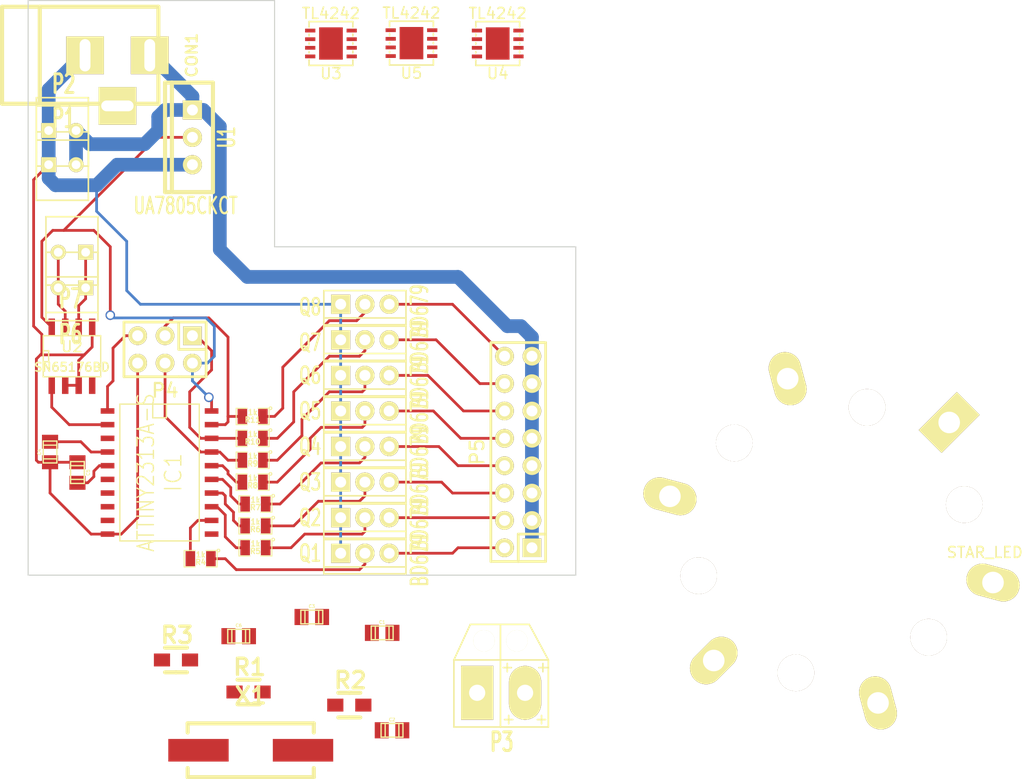
<source format=kicad_pcb>
(kicad_pcb (version 3) (host pcbnew "(2014-jan-25)-product")

  (general
    (links 103)
    (no_connects 48)
    (area 50.749999 50.749999 101.650001 104.190001)
    (thickness 1.6)
    (drawings 6)
    (tracks 221)
    (zones 0)
    (modules 41)
    (nets 57)
  )

  (page A4)
  (layers
    (15 F.Cu signal)
    (0 B.Cu signal)
    (16 B.Adhes user)
    (17 F.Adhes user)
    (18 B.Paste user)
    (19 F.Paste user)
    (20 B.SilkS user)
    (21 F.SilkS user)
    (22 B.Mask user)
    (23 F.Mask user)
    (24 Dwgs.User user)
    (25 Cmts.User user)
    (26 Eco1.User user)
    (27 Eco2.User user)
    (28 Edge.Cuts user)
  )

  (setup
    (last_trace_width 0.254)
    (trace_clearance 0.254)
    (zone_clearance 0.508)
    (zone_45_only no)
    (trace_min 0.254)
    (segment_width 0.2)
    (edge_width 0.1)
    (via_size 0.889)
    (via_drill 0.635)
    (via_min_size 0.889)
    (via_min_drill 0.508)
    (uvia_size 0.508)
    (uvia_drill 0.127)
    (uvias_allowed no)
    (uvia_min_size 0.508)
    (uvia_min_drill 0.127)
    (pcb_text_width 0.3)
    (pcb_text_size 1.5 1.5)
    (mod_edge_width 0.15)
    (mod_text_size 1 1)
    (mod_text_width 0.15)
    (pad_size 3.4 3.4)
    (pad_drill 3.4)
    (pad_to_mask_clearance 0)
    (aux_axis_origin 0 0)
    (visible_elements FFFFFF7F)
    (pcbplotparams
      (layerselection 3145728)
      (usegerberextensions false)
      (excludeedgelayer true)
      (linewidth 0.150000)
      (plotframeref false)
      (viasonmask false)
      (mode 1)
      (useauxorigin false)
      (hpglpennumber 1)
      (hpglpenspeed 20)
      (hpglpendiameter 15)
      (hpglpenoverlay 2)
      (psnegative false)
      (psa4output false)
      (plotreference true)
      (plotvalue true)
      (plotothertext true)
      (plotinvisibletext false)
      (padsonsilk true)
      (subtractmaskfromsilk false)
      (outputformat 4)
      (mirror false)
      (drillshape 2)
      (scaleselection 1)
      (outputdirectory ""))
  )

  (net 0 "")
  (net 1 +12V)
  (net 2 /MISO)
  (net 3 /MOSI)
  (net 4 /RESET)
  (net 5 /SCK)
  (net 6 GND)
  (net 7 "Net-(C4-Pad1)")
  (net 8 "Net-(C5-Pad1)")
  (net 9 "Net-(CON1-Pad3)")
  (net 10 "Net-(IC1-Pad11)")
  (net 11 "Net-(IC1-Pad12)")
  (net 12 "Net-(IC1-Pad13)")
  (net 13 "Net-(IC1-Pad14)")
  (net 14 "Net-(IC1-Pad15)")
  (net 15 "Net-(IC1-Pad16)")
  (net 16 "Net-(IC1-Pad2)")
  (net 17 "Net-(IC1-Pad3)")
  (net 18 "Net-(IC1-Pad6)")
  (net 19 "Net-(IC1-Pad7)")
  (net 20 "Net-(IC1-Pad8)")
  (net 21 "Net-(IC1-Pad9)")
  (net 22 "Net-(P5-Pad10)")
  (net 23 "Net-(P5-Pad12)")
  (net 24 "Net-(P5-Pad14)")
  (net 25 "Net-(P5-Pad16)")
  (net 26 "Net-(P5-Pad8)")
  (net 27 "Net-(P6-Pad1)")
  (net 28 "Net-(P6-Pad2)")
  (net 29 "Net-(Q1-Pad3)")
  (net 30 "Net-(Q2-Pad3)")
  (net 31 "Net-(Q3-Pad3)")
  (net 32 "Net-(Q4-Pad3)")
  (net 33 "Net-(Q5-Pad3)")
  (net 34 "Net-(Q6-Pad3)")
  (net 35 "Net-(Q7-Pad3)")
  (net 36 "Net-(Q8-Pad3)")
  (net 37 "Net-(U2-Pad4)")
  (net 38 VCC)
  (net 39 "Net-(P5-Pad2)")
  (net 40 "Net-(P5-Pad4)")
  (net 41 "Net-(P5-Pad6)")
  (net 42 "Net-(D1-Pad4)")
  (net 43 "Net-(D1-Pad3)")
  (net 44 "Net-(D1-Pad5)")
  (net 45 "Net-(D1-Pad2)")
  (net 46 "Net-(D1-Pad6)")
  (net 47 "Net-(D1-Pad1)")
  (net 48 "Net-(U3-Pad2)")
  (net 49 "Net-(U3-Pad5)")
  (net 50 "Net-(U3-Pad7)")
  (net 51 "Net-(U4-Pad2)")
  (net 52 "Net-(U4-Pad5)")
  (net 53 "Net-(U4-Pad7)")
  (net 54 "Net-(U5-Pad2)")
  (net 55 "Net-(U5-Pad5)")
  (net 56 "Net-(U5-Pad7)")

  (net_class Default "This is the default net class."
    (clearance 0.254)
    (trace_width 0.254)
    (via_dia 0.889)
    (via_drill 0.635)
    (uvia_dia 0.508)
    (uvia_drill 0.127)
    (add_net "Net-(D1-Pad1)")
    (add_net "Net-(D1-Pad2)")
    (add_net "Net-(D1-Pad3)")
    (add_net "Net-(D1-Pad4)")
    (add_net "Net-(D1-Pad5)")
    (add_net "Net-(D1-Pad6)")
    (add_net "Net-(P5-Pad10)")
    (add_net "Net-(P5-Pad12)")
    (add_net "Net-(P5-Pad14)")
    (add_net "Net-(P5-Pad16)")
    (add_net "Net-(P5-Pad2)")
    (add_net "Net-(P5-Pad4)")
    (add_net "Net-(P5-Pad6)")
    (add_net "Net-(P5-Pad8)")
    (add_net "Net-(Q1-Pad3)")
    (add_net "Net-(Q2-Pad3)")
    (add_net "Net-(Q3-Pad3)")
    (add_net "Net-(Q4-Pad3)")
    (add_net "Net-(Q5-Pad3)")
    (add_net "Net-(Q6-Pad3)")
    (add_net "Net-(Q7-Pad3)")
    (add_net "Net-(Q8-Pad3)")
    (add_net "Net-(U3-Pad2)")
    (add_net "Net-(U3-Pad5)")
    (add_net "Net-(U3-Pad7)")
    (add_net "Net-(U4-Pad2)")
    (add_net "Net-(U4-Pad5)")
    (add_net "Net-(U4-Pad7)")
    (add_net "Net-(U5-Pad2)")
    (add_net "Net-(U5-Pad5)")
    (add_net "Net-(U5-Pad7)")
  )

  (net_class chunky ""
    (clearance 0.254)
    (trace_width 1.27)
    (via_dia 0.889)
    (via_drill 0.635)
    (uvia_dia 0.508)
    (uvia_drill 0.127)
    (add_net +12V)
  )

  (net_class signal ""
    (clearance 0.254)
    (trace_width 0.254)
    (via_dia 0.889)
    (via_drill 0.635)
    (uvia_dia 0.508)
    (uvia_drill 0.127)
    (add_net /MISO)
    (add_net /MOSI)
    (add_net /RESET)
    (add_net /SCK)
    (add_net GND)
    (add_net "Net-(C4-Pad1)")
    (add_net "Net-(C5-Pad1)")
    (add_net "Net-(CON1-Pad3)")
    (add_net "Net-(IC1-Pad11)")
    (add_net "Net-(IC1-Pad12)")
    (add_net "Net-(IC1-Pad13)")
    (add_net "Net-(IC1-Pad14)")
    (add_net "Net-(IC1-Pad15)")
    (add_net "Net-(IC1-Pad16)")
    (add_net "Net-(IC1-Pad2)")
    (add_net "Net-(IC1-Pad3)")
    (add_net "Net-(IC1-Pad6)")
    (add_net "Net-(IC1-Pad7)")
    (add_net "Net-(IC1-Pad8)")
    (add_net "Net-(IC1-Pad9)")
    (add_net "Net-(P6-Pad1)")
    (add_net "Net-(P6-Pad2)")
    (add_net "Net-(U2-Pad4)")
    (add_net VCC)
  )

  (module Capacitors_SMD:c_0805 (layer F.Cu) (tedit 53396CF2) (tstamp 53396DD2)
    (at 52.832 92.71 90)
    (descr "SMT capacitor, 0805")
    (path /533878B4)
    (fp_text reference C4 (at 0 -0.9906 90) (layer F.SilkS)
      (effects (font (size 0.29972 0.29972) (thickness 0.06096)))
    )
    (fp_text value 16pF (at 0 0.9906 90) (layer F.SilkS) hide
      (effects (font (size 0.29972 0.29972) (thickness 0.06096)))
    )
    (fp_line (start 0.635 -0.635) (end 0.635 0.635) (layer F.SilkS) (width 0.127))
    (fp_line (start -0.635 -0.635) (end -0.635 0.6096) (layer F.SilkS) (width 0.127))
    (fp_line (start -1.016 -0.635) (end 1.016 -0.635) (layer F.SilkS) (width 0.127))
    (fp_line (start 1.016 -0.635) (end 1.016 0.635) (layer F.SilkS) (width 0.127))
    (fp_line (start 1.016 0.635) (end -1.016 0.635) (layer F.SilkS) (width 0.127))
    (fp_line (start -1.016 0.635) (end -1.016 -0.635) (layer F.SilkS) (width 0.127))
    (pad 1 smd rect (at 0.9525 0 90) (size 1.30048 1.4986) (layers F.Cu F.Paste F.Mask)
      (net 7 "Net-(C4-Pad1)"))
    (pad 2 smd rect (at -0.9525 0 90) (size 1.30048 1.4986) (layers F.Cu F.Paste F.Mask)
      (net 6 GND))
    (model smd/capacitors/c_0805.wrl
      (at (xyz 0 0 0))
      (scale (xyz 1 1 1))
      (rotate (xyz 0 0 0))
    )
  )

  (module Capacitors_SMD:c_0805 (layer F.Cu) (tedit 53396CF2) (tstamp 53396DDE)
    (at 55.372 94.615 270)
    (descr "SMT capacitor, 0805")
    (path /5338788F)
    (fp_text reference C5 (at 0 -0.9906 270) (layer F.SilkS)
      (effects (font (size 0.29972 0.29972) (thickness 0.06096)))
    )
    (fp_text value 16pF (at 0 0.9906 270) (layer F.SilkS) hide
      (effects (font (size 0.29972 0.29972) (thickness 0.06096)))
    )
    (fp_line (start 0.635 -0.635) (end 0.635 0.635) (layer F.SilkS) (width 0.127))
    (fp_line (start -0.635 -0.635) (end -0.635 0.6096) (layer F.SilkS) (width 0.127))
    (fp_line (start -1.016 -0.635) (end 1.016 -0.635) (layer F.SilkS) (width 0.127))
    (fp_line (start 1.016 -0.635) (end 1.016 0.635) (layer F.SilkS) (width 0.127))
    (fp_line (start 1.016 0.635) (end -1.016 0.635) (layer F.SilkS) (width 0.127))
    (fp_line (start -1.016 0.635) (end -1.016 -0.635) (layer F.SilkS) (width 0.127))
    (pad 1 smd rect (at 0.9525 0 270) (size 1.30048 1.4986) (layers F.Cu F.Paste F.Mask)
      (net 8 "Net-(C5-Pad1)"))
    (pad 2 smd rect (at -0.9525 0 270) (size 1.30048 1.4986) (layers F.Cu F.Paste F.Mask)
      (net 6 GND))
    (model smd/capacitors/c_0805.wrl
      (at (xyz 0 0 0))
      (scale (xyz 1 1 1))
      (rotate (xyz 0 0 0))
    )
  )

  (module Connect:BARREL_JACK (layer F.Cu) (tedit 53396CF1) (tstamp 53396DEA)
    (at 55.88 55.88)
    (descr "DC Barrel Jack")
    (tags "Power Jack")
    (path /533879A3)
    (fp_text reference CON1 (at 10.09904 0 90) (layer F.SilkS)
      (effects (font (size 1.016 1.016) (thickness 0.2032)))
    )
    (fp_text value BARREL_JACK (at 0 -5.99948) (layer F.SilkS) hide
      (effects (font (size 1.016 1.016) (thickness 0.2032)))
    )
    (fp_line (start -4.0005 -4.50088) (end -4.0005 4.50088) (layer F.SilkS) (width 0.381))
    (fp_line (start -7.50062 -4.50088) (end -7.50062 4.50088) (layer F.SilkS) (width 0.381))
    (fp_line (start -7.50062 4.50088) (end 7.00024 4.50088) (layer F.SilkS) (width 0.381))
    (fp_line (start 7.00024 4.50088) (end 7.00024 -4.50088) (layer F.SilkS) (width 0.381))
    (fp_line (start 7.00024 -4.50088) (end -7.50062 -4.50088) (layer F.SilkS) (width 0.381))
    (pad 1 thru_hole rect (at 6.20014 0) (size 3.50012 3.50012) (drill oval 1.00076 2.99974) (layers *.Cu *.Mask F.SilkS)
      (net 1 +12V))
    (pad 2 thru_hole rect (at 0.20066 0) (size 3.50012 3.50012) (drill oval 1.00076 2.99974) (layers *.Cu *.Mask F.SilkS)
      (net 6 GND))
    (pad 3 thru_hole rect (at 3.2004 4.699) (size 3.50012 3.50012) (drill oval 2.99974 1.00076) (layers *.Cu *.Mask F.SilkS)
      (net 9 "Net-(CON1-Pad3)"))
  )

  (module SMD_Packages:SO20L (layer F.Cu) (tedit 53396CED) (tstamp 53396E09)
    (at 62.992 94.615 270)
    (descr "Cms SOJ 20 pins large")
    (tags "CMS SOJ")
    (path /5338669E)
    (attr smd)
    (fp_text reference IC1 (at 0 -1.27 270) (layer F.SilkS)
      (effects (font (thickness 0.127)))
    )
    (fp_text value ATTINY2313A-S (at 0 1.27 270) (layer F.SilkS)
      (effects (font (size 1.524 1.27) (thickness 0.127)))
    )
    (fp_line (start 6.35 3.683) (end 6.35 -3.683) (layer F.SilkS) (width 0.127))
    (fp_line (start -6.35 -3.683) (end -6.35 3.683) (layer F.SilkS) (width 0.127))
    (fp_line (start 6.35 3.683) (end -6.35 3.683) (layer F.SilkS) (width 0.127))
    (fp_line (start -6.35 -3.683) (end 6.35 -3.683) (layer F.SilkS) (width 0.127))
    (fp_line (start -6.35 -0.635) (end -5.08 -0.635) (layer F.SilkS) (width 0.127))
    (fp_line (start -5.08 -0.635) (end -5.08 0.635) (layer F.SilkS) (width 0.127))
    (fp_line (start -5.08 0.635) (end -6.35 0.635) (layer F.SilkS) (width 0.127))
    (pad 11 smd rect (at 5.715 -4.826 270) (size 0.508 1.27) (layers F.Cu F.Paste F.Mask)
      (net 10 "Net-(IC1-Pad11)"))
    (pad 12 smd rect (at 4.445 -4.826 270) (size 0.508 1.27) (layers F.Cu F.Paste F.Mask)
      (net 11 "Net-(IC1-Pad12)"))
    (pad 13 smd rect (at 3.175 -4.826 270) (size 0.508 1.27) (layers F.Cu F.Paste F.Mask)
      (net 12 "Net-(IC1-Pad13)"))
    (pad 14 smd rect (at 1.905 -4.826 270) (size 0.508 1.27) (layers F.Cu F.Paste F.Mask)
      (net 13 "Net-(IC1-Pad14)"))
    (pad 15 smd rect (at 0.635 -4.826 270) (size 0.508 1.27) (layers F.Cu F.Paste F.Mask)
      (net 14 "Net-(IC1-Pad15)"))
    (pad 16 smd rect (at -0.635 -4.826 270) (size 0.508 1.27) (layers F.Cu F.Paste F.Mask)
      (net 15 "Net-(IC1-Pad16)"))
    (pad 17 smd rect (at -1.905 -4.826 270) (size 0.508 1.27) (layers F.Cu F.Paste F.Mask)
      (net 3 /MOSI))
    (pad 18 smd rect (at -3.175 -4.826 270) (size 0.508 1.27) (layers F.Cu F.Paste F.Mask)
      (net 2 /MISO))
    (pad 19 smd rect (at -4.445 -4.826 270) (size 0.508 1.27) (layers F.Cu F.Paste F.Mask)
      (net 5 /SCK))
    (pad 20 smd rect (at -5.715 -4.826 270) (size 0.508 1.27) (layers F.Cu F.Paste F.Mask)
      (net 38 VCC))
    (pad 1 smd rect (at -5.715 4.826 270) (size 0.508 1.27) (layers F.Cu F.Paste F.Mask)
      (net 4 /RESET))
    (pad 2 smd rect (at -4.445 4.826 270) (size 0.508 1.27) (layers F.Cu F.Paste F.Mask)
      (net 16 "Net-(IC1-Pad2)"))
    (pad 3 smd rect (at -3.175 4.826 270) (size 0.508 1.27) (layers F.Cu F.Paste F.Mask)
      (net 17 "Net-(IC1-Pad3)"))
    (pad 4 smd rect (at -1.905 4.826 270) (size 0.508 1.27) (layers F.Cu F.Paste F.Mask)
      (net 7 "Net-(C4-Pad1)"))
    (pad 5 smd rect (at -0.635 4.826 270) (size 0.508 1.27) (layers F.Cu F.Paste F.Mask)
      (net 8 "Net-(C5-Pad1)"))
    (pad 6 smd rect (at 0.635 4.826 270) (size 0.508 1.27) (layers F.Cu F.Paste F.Mask)
      (net 18 "Net-(IC1-Pad6)"))
    (pad 7 smd rect (at 1.905 4.826 270) (size 0.508 1.27) (layers F.Cu F.Paste F.Mask)
      (net 19 "Net-(IC1-Pad7)"))
    (pad 8 smd rect (at 3.175 4.826 270) (size 0.508 1.27) (layers F.Cu F.Paste F.Mask)
      (net 20 "Net-(IC1-Pad8)"))
    (pad 9 smd rect (at 4.445 4.826 270) (size 0.508 1.27) (layers F.Cu F.Paste F.Mask)
      (net 21 "Net-(IC1-Pad9)"))
    (pad 10 smd rect (at 5.715 4.826 270) (size 0.508 1.27) (layers F.Cu F.Paste F.Mask)
      (net 6 GND))
    (model smd/cms_so20.wrl
      (at (xyz 0 0 0))
      (scale (xyz 0.5 0.6 0.5))
      (rotate (xyz 0 0 0))
    )
  )

  (module Pin_Headers:Pin_Header_Straight_2x03 (layer F.Cu) (tedit 53396CEF) (tstamp 53396E2F)
    (at 63.5 83.185 180)
    (descr "1 pin")
    (tags "CONN DEV")
    (path /5338C872)
    (fp_text reference P4 (at 0 -3.81 180) (layer F.SilkS)
      (effects (font (size 1.27 1.27) (thickness 0.2032)))
    )
    (fp_text value ICSP (at 0 0 180) (layer F.SilkS) hide
      (effects (font (size 1.27 1.27) (thickness 0.2032)))
    )
    (fp_line (start -3.81 0) (end -1.27 0) (layer F.SilkS) (width 0.254))
    (fp_line (start -1.27 0) (end -1.27 2.54) (layer F.SilkS) (width 0.254))
    (fp_line (start -3.81 2.54) (end 3.81 2.54) (layer F.SilkS) (width 0.254))
    (fp_line (start 3.81 2.54) (end 3.81 -2.54) (layer F.SilkS) (width 0.254))
    (fp_line (start 3.81 -2.54) (end -1.27 -2.54) (layer F.SilkS) (width 0.254))
    (fp_line (start -3.81 2.54) (end -3.81 0) (layer F.SilkS) (width 0.254))
    (fp_line (start -3.81 -2.54) (end -3.81 0) (layer F.SilkS) (width 0.254))
    (fp_line (start -1.27 -2.54) (end -3.81 -2.54) (layer F.SilkS) (width 0.254))
    (pad 1 thru_hole rect (at -2.54 1.27 180) (size 1.7272 1.7272) (drill 1.016) (layers *.Cu *.Mask F.SilkS)
      (net 2 /MISO))
    (pad 2 thru_hole oval (at -2.54 -1.27 180) (size 1.7272 1.7272) (drill 1.016) (layers *.Cu *.Mask F.SilkS)
      (net 38 VCC))
    (pad 3 thru_hole oval (at 0 1.27 180) (size 1.7272 1.7272) (drill 1.016) (layers *.Cu *.Mask F.SilkS)
      (net 5 /SCK))
    (pad 4 thru_hole oval (at 0 -1.27 180) (size 1.7272 1.7272) (drill 1.016) (layers *.Cu *.Mask F.SilkS)
      (net 3 /MOSI))
    (pad 5 thru_hole oval (at 2.54 1.27 180) (size 1.7272 1.7272) (drill 1.016) (layers *.Cu *.Mask F.SilkS)
      (net 4 /RESET))
    (pad 6 thru_hole oval (at 2.54 -1.27 180) (size 1.7272 1.7272) (drill 1.016) (layers *.Cu *.Mask F.SilkS)
      (net 6 GND))
    (model Pin_Headers/Pin_Header_Straight_2x03.wrl
      (at (xyz 0 0 0))
      (scale (xyz 1 1 1))
      (rotate (xyz 0 0 0))
    )
  )

  (module Pin_Headers:Pin_Header_Straight_2x08 (layer F.Cu) (tedit 53396CEF) (tstamp 53396E4B)
    (at 96.266 92.71 90)
    (descr "1 pin")
    (tags "CONN DEV")
    (path /5338D875)
    (fp_text reference P5 (at 0 -3.81 90) (layer F.SilkS)
      (effects (font (size 1.27 1.27) (thickness 0.2032)))
    )
    (fp_text value OUTPUTS (at 0 0 90) (layer F.SilkS) hide
      (effects (font (size 1.27 1.27) (thickness 0.2032)))
    )
    (fp_line (start 10.16 -2.54) (end -10.16 -2.54) (layer F.SilkS) (width 0.254))
    (fp_line (start -7.62 2.54) (end 10.16 2.54) (layer F.SilkS) (width 0.254))
    (fp_line (start 10.16 -2.54) (end 10.16 2.54) (layer F.SilkS) (width 0.254))
    (fp_line (start -10.16 -2.54) (end -10.16 0) (layer F.SilkS) (width 0.254))
    (fp_line (start -10.16 2.54) (end -7.62 2.54) (layer F.SilkS) (width 0.254))
    (fp_line (start -10.16 0) (end -7.62 0) (layer F.SilkS) (width 0.254))
    (fp_line (start -7.62 0) (end -7.62 2.54) (layer F.SilkS) (width 0.254))
    (fp_line (start -10.16 2.54) (end -10.16 0) (layer F.SilkS) (width 0.254))
    (pad 1 thru_hole rect (at -8.89 1.27 90) (size 1.7272 1.7272) (drill 1.016) (layers *.Cu *.Mask F.SilkS)
      (net 1 +12V))
    (pad 2 thru_hole oval (at -8.89 -1.27 90) (size 1.7272 1.7272) (drill 1.016) (layers *.Cu *.Mask F.SilkS)
      (net 39 "Net-(P5-Pad2)"))
    (pad 3 thru_hole oval (at -6.35 1.27 90) (size 1.7272 1.7272) (drill 1.016) (layers *.Cu *.Mask F.SilkS)
      (net 1 +12V))
    (pad 4 thru_hole oval (at -6.35 -1.27 90) (size 1.7272 1.7272) (drill 1.016) (layers *.Cu *.Mask F.SilkS)
      (net 40 "Net-(P5-Pad4)"))
    (pad 5 thru_hole oval (at -3.81 1.27 90) (size 1.7272 1.7272) (drill 1.016) (layers *.Cu *.Mask F.SilkS)
      (net 1 +12V))
    (pad 6 thru_hole oval (at -3.81 -1.27 90) (size 1.7272 1.7272) (drill 1.016) (layers *.Cu *.Mask F.SilkS)
      (net 41 "Net-(P5-Pad6)"))
    (pad 7 thru_hole oval (at -1.27 1.27 90) (size 1.7272 1.7272) (drill 1.016) (layers *.Cu *.Mask F.SilkS)
      (net 1 +12V))
    (pad 8 thru_hole oval (at -1.27 -1.27 90) (size 1.7272 1.7272) (drill 1.016) (layers *.Cu *.Mask F.SilkS)
      (net 26 "Net-(P5-Pad8)"))
    (pad 9 thru_hole oval (at 1.27 1.27 90) (size 1.7272 1.7272) (drill 1.016) (layers *.Cu *.Mask F.SilkS)
      (net 1 +12V))
    (pad 10 thru_hole oval (at 1.27 -1.27 90) (size 1.7272 1.7272) (drill 1.016) (layers *.Cu *.Mask F.SilkS)
      (net 22 "Net-(P5-Pad10)"))
    (pad 11 thru_hole oval (at 3.81 1.27 90) (size 1.7272 1.7272) (drill 1.016) (layers *.Cu *.Mask F.SilkS)
      (net 1 +12V))
    (pad 12 thru_hole oval (at 3.81 -1.27 90) (size 1.7272 1.7272) (drill 1.016) (layers *.Cu *.Mask F.SilkS)
      (net 23 "Net-(P5-Pad12)"))
    (pad 13 thru_hole oval (at 6.35 1.27 90) (size 1.7272 1.7272) (drill 1.016) (layers *.Cu *.Mask F.SilkS)
      (net 1 +12V))
    (pad 14 thru_hole oval (at 6.35 -1.27 90) (size 1.7272 1.7272) (drill 1.016) (layers *.Cu *.Mask F.SilkS)
      (net 24 "Net-(P5-Pad14)"))
    (pad 15 thru_hole oval (at 8.89 1.27 90) (size 1.7272 1.7272) (drill 1.016) (layers *.Cu *.Mask F.SilkS)
      (net 1 +12V))
    (pad 16 thru_hole oval (at 8.89 -1.27 90) (size 1.7272 1.7272) (drill 1.016) (layers *.Cu *.Mask F.SilkS)
      (net 25 "Net-(P5-Pad16)"))
    (model Pin_Headers/Pin_Header_Straight_2x08.wrl
      (at (xyz 0 0 0))
      (scale (xyz 1 1 1))
      (rotate (xyz 0 0 0))
    )
  )

  (module SMD_Packages:SM0805 (layer F.Cu) (tedit 53396CED) (tstamp 53396EE2)
    (at 66.802 102.616 180)
    (path /533877F8)
    (attr smd)
    (fp_text reference R4 (at 0 -0.3175 180) (layer F.SilkS)
      (effects (font (size 0.50038 0.50038) (thickness 0.10922)))
    )
    (fp_text value 1k (at 0 0.381 180) (layer F.SilkS)
      (effects (font (size 0.50038 0.50038) (thickness 0.10922)))
    )
    (fp_circle (center -1.651 0.762) (end -1.651 0.635) (layer F.SilkS) (width 0.09906))
    (fp_line (start -0.508 0.762) (end -1.524 0.762) (layer F.SilkS) (width 0.09906))
    (fp_line (start -1.524 0.762) (end -1.524 -0.762) (layer F.SilkS) (width 0.09906))
    (fp_line (start -1.524 -0.762) (end -0.508 -0.762) (layer F.SilkS) (width 0.09906))
    (fp_line (start 0.508 -0.762) (end 1.524 -0.762) (layer F.SilkS) (width 0.09906))
    (fp_line (start 1.524 -0.762) (end 1.524 0.762) (layer F.SilkS) (width 0.09906))
    (fp_line (start 1.524 0.762) (end 0.508 0.762) (layer F.SilkS) (width 0.09906))
    (pad 1 smd rect (at -0.9525 0 180) (size 0.889 1.397) (layers F.Cu F.Paste F.Mask)
      (net 29 "Net-(Q1-Pad3)"))
    (pad 2 smd rect (at 0.9525 0 180) (size 0.889 1.397) (layers F.Cu F.Paste F.Mask)
      (net 11 "Net-(IC1-Pad12)"))
    (model smd/chip_cms.wrl
      (at (xyz 0 0 0))
      (scale (xyz 0.1 0.1 0.1))
      (rotate (xyz 0 0 0))
    )
  )

  (module SMD_Packages:SM0805 (layer F.Cu) (tedit 53396CED) (tstamp 53396EEF)
    (at 71.882 101.6 180)
    (path /53387FC9)
    (attr smd)
    (fp_text reference R5 (at 0 -0.3175 180) (layer F.SilkS)
      (effects (font (size 0.50038 0.50038) (thickness 0.10922)))
    )
    (fp_text value 1k (at 0 0.381 180) (layer F.SilkS)
      (effects (font (size 0.50038 0.50038) (thickness 0.10922)))
    )
    (fp_circle (center -1.651 0.762) (end -1.651 0.635) (layer F.SilkS) (width 0.09906))
    (fp_line (start -0.508 0.762) (end -1.524 0.762) (layer F.SilkS) (width 0.09906))
    (fp_line (start -1.524 0.762) (end -1.524 -0.762) (layer F.SilkS) (width 0.09906))
    (fp_line (start -1.524 -0.762) (end -0.508 -0.762) (layer F.SilkS) (width 0.09906))
    (fp_line (start 0.508 -0.762) (end 1.524 -0.762) (layer F.SilkS) (width 0.09906))
    (fp_line (start 1.524 -0.762) (end 1.524 0.762) (layer F.SilkS) (width 0.09906))
    (fp_line (start 1.524 0.762) (end 0.508 0.762) (layer F.SilkS) (width 0.09906))
    (pad 1 smd rect (at -0.9525 0 180) (size 0.889 1.397) (layers F.Cu F.Paste F.Mask)
      (net 30 "Net-(Q2-Pad3)"))
    (pad 2 smd rect (at 0.9525 0 180) (size 0.889 1.397) (layers F.Cu F.Paste F.Mask)
      (net 12 "Net-(IC1-Pad13)"))
    (model smd/chip_cms.wrl
      (at (xyz 0 0 0))
      (scale (xyz 0.1 0.1 0.1))
      (rotate (xyz 0 0 0))
    )
  )

  (module SMD_Packages:SM0805 (layer F.Cu) (tedit 53396CED) (tstamp 53396EFC)
    (at 71.882 99.568 180)
    (path /53387FDD)
    (attr smd)
    (fp_text reference R6 (at 0 -0.3175 180) (layer F.SilkS)
      (effects (font (size 0.50038 0.50038) (thickness 0.10922)))
    )
    (fp_text value 1k (at 0 0.381 180) (layer F.SilkS)
      (effects (font (size 0.50038 0.50038) (thickness 0.10922)))
    )
    (fp_circle (center -1.651 0.762) (end -1.651 0.635) (layer F.SilkS) (width 0.09906))
    (fp_line (start -0.508 0.762) (end -1.524 0.762) (layer F.SilkS) (width 0.09906))
    (fp_line (start -1.524 0.762) (end -1.524 -0.762) (layer F.SilkS) (width 0.09906))
    (fp_line (start -1.524 -0.762) (end -0.508 -0.762) (layer F.SilkS) (width 0.09906))
    (fp_line (start 0.508 -0.762) (end 1.524 -0.762) (layer F.SilkS) (width 0.09906))
    (fp_line (start 1.524 -0.762) (end 1.524 0.762) (layer F.SilkS) (width 0.09906))
    (fp_line (start 1.524 0.762) (end 0.508 0.762) (layer F.SilkS) (width 0.09906))
    (pad 1 smd rect (at -0.9525 0 180) (size 0.889 1.397) (layers F.Cu F.Paste F.Mask)
      (net 31 "Net-(Q3-Pad3)"))
    (pad 2 smd rect (at 0.9525 0 180) (size 0.889 1.397) (layers F.Cu F.Paste F.Mask)
      (net 13 "Net-(IC1-Pad14)"))
    (model smd/chip_cms.wrl
      (at (xyz 0 0 0))
      (scale (xyz 0.1 0.1 0.1))
      (rotate (xyz 0 0 0))
    )
  )

  (module SMD_Packages:SM0805 (layer F.Cu) (tedit 53396CED) (tstamp 53396F09)
    (at 71.882 97.536 180)
    (path /53387FF1)
    (attr smd)
    (fp_text reference R7 (at 0 -0.3175 180) (layer F.SilkS)
      (effects (font (size 0.50038 0.50038) (thickness 0.10922)))
    )
    (fp_text value 1k (at 0 0.381 180) (layer F.SilkS)
      (effects (font (size 0.50038 0.50038) (thickness 0.10922)))
    )
    (fp_circle (center -1.651 0.762) (end -1.651 0.635) (layer F.SilkS) (width 0.09906))
    (fp_line (start -0.508 0.762) (end -1.524 0.762) (layer F.SilkS) (width 0.09906))
    (fp_line (start -1.524 0.762) (end -1.524 -0.762) (layer F.SilkS) (width 0.09906))
    (fp_line (start -1.524 -0.762) (end -0.508 -0.762) (layer F.SilkS) (width 0.09906))
    (fp_line (start 0.508 -0.762) (end 1.524 -0.762) (layer F.SilkS) (width 0.09906))
    (fp_line (start 1.524 -0.762) (end 1.524 0.762) (layer F.SilkS) (width 0.09906))
    (fp_line (start 1.524 0.762) (end 0.508 0.762) (layer F.SilkS) (width 0.09906))
    (pad 1 smd rect (at -0.9525 0 180) (size 0.889 1.397) (layers F.Cu F.Paste F.Mask)
      (net 32 "Net-(Q4-Pad3)"))
    (pad 2 smd rect (at 0.9525 0 180) (size 0.889 1.397) (layers F.Cu F.Paste F.Mask)
      (net 14 "Net-(IC1-Pad15)"))
    (model smd/chip_cms.wrl
      (at (xyz 0 0 0))
      (scale (xyz 0.1 0.1 0.1))
      (rotate (xyz 0 0 0))
    )
  )

  (module SMD_Packages:SM0805 (layer F.Cu) (tedit 53396CED) (tstamp 53396F16)
    (at 71.628 95.504 180)
    (path /53388005)
    (attr smd)
    (fp_text reference R8 (at 0 -0.3175 180) (layer F.SilkS)
      (effects (font (size 0.50038 0.50038) (thickness 0.10922)))
    )
    (fp_text value 1k (at 0 0.381 180) (layer F.SilkS)
      (effects (font (size 0.50038 0.50038) (thickness 0.10922)))
    )
    (fp_circle (center -1.651 0.762) (end -1.651 0.635) (layer F.SilkS) (width 0.09906))
    (fp_line (start -0.508 0.762) (end -1.524 0.762) (layer F.SilkS) (width 0.09906))
    (fp_line (start -1.524 0.762) (end -1.524 -0.762) (layer F.SilkS) (width 0.09906))
    (fp_line (start -1.524 -0.762) (end -0.508 -0.762) (layer F.SilkS) (width 0.09906))
    (fp_line (start 0.508 -0.762) (end 1.524 -0.762) (layer F.SilkS) (width 0.09906))
    (fp_line (start 1.524 -0.762) (end 1.524 0.762) (layer F.SilkS) (width 0.09906))
    (fp_line (start 1.524 0.762) (end 0.508 0.762) (layer F.SilkS) (width 0.09906))
    (pad 1 smd rect (at -0.9525 0 180) (size 0.889 1.397) (layers F.Cu F.Paste F.Mask)
      (net 33 "Net-(Q5-Pad3)"))
    (pad 2 smd rect (at 0.9525 0 180) (size 0.889 1.397) (layers F.Cu F.Paste F.Mask)
      (net 15 "Net-(IC1-Pad16)"))
    (model smd/chip_cms.wrl
      (at (xyz 0 0 0))
      (scale (xyz 0.1 0.1 0.1))
      (rotate (xyz 0 0 0))
    )
  )

  (module SMD_Packages:SM0805 (layer F.Cu) (tedit 53396CED) (tstamp 53396F23)
    (at 71.628 93.472 180)
    (path /53388019)
    (attr smd)
    (fp_text reference R9 (at 0 -0.3175 180) (layer F.SilkS)
      (effects (font (size 0.50038 0.50038) (thickness 0.10922)))
    )
    (fp_text value 1k (at 0 0.381 180) (layer F.SilkS)
      (effects (font (size 0.50038 0.50038) (thickness 0.10922)))
    )
    (fp_circle (center -1.651 0.762) (end -1.651 0.635) (layer F.SilkS) (width 0.09906))
    (fp_line (start -0.508 0.762) (end -1.524 0.762) (layer F.SilkS) (width 0.09906))
    (fp_line (start -1.524 0.762) (end -1.524 -0.762) (layer F.SilkS) (width 0.09906))
    (fp_line (start -1.524 -0.762) (end -0.508 -0.762) (layer F.SilkS) (width 0.09906))
    (fp_line (start 0.508 -0.762) (end 1.524 -0.762) (layer F.SilkS) (width 0.09906))
    (fp_line (start 1.524 -0.762) (end 1.524 0.762) (layer F.SilkS) (width 0.09906))
    (fp_line (start 1.524 0.762) (end 0.508 0.762) (layer F.SilkS) (width 0.09906))
    (pad 1 smd rect (at -0.9525 0 180) (size 0.889 1.397) (layers F.Cu F.Paste F.Mask)
      (net 34 "Net-(Q6-Pad3)"))
    (pad 2 smd rect (at 0.9525 0 180) (size 0.889 1.397) (layers F.Cu F.Paste F.Mask)
      (net 3 /MOSI))
    (model smd/chip_cms.wrl
      (at (xyz 0 0 0))
      (scale (xyz 0.1 0.1 0.1))
      (rotate (xyz 0 0 0))
    )
  )

  (module SMD_Packages:SM0805 (layer F.Cu) (tedit 53396CED) (tstamp 53396F30)
    (at 71.628 91.44 180)
    (path /5338802D)
    (attr smd)
    (fp_text reference R10 (at 0 -0.3175 180) (layer F.SilkS)
      (effects (font (size 0.50038 0.50038) (thickness 0.10922)))
    )
    (fp_text value 1k (at 0 0.381 180) (layer F.SilkS)
      (effects (font (size 0.50038 0.50038) (thickness 0.10922)))
    )
    (fp_circle (center -1.651 0.762) (end -1.651 0.635) (layer F.SilkS) (width 0.09906))
    (fp_line (start -0.508 0.762) (end -1.524 0.762) (layer F.SilkS) (width 0.09906))
    (fp_line (start -1.524 0.762) (end -1.524 -0.762) (layer F.SilkS) (width 0.09906))
    (fp_line (start -1.524 -0.762) (end -0.508 -0.762) (layer F.SilkS) (width 0.09906))
    (fp_line (start 0.508 -0.762) (end 1.524 -0.762) (layer F.SilkS) (width 0.09906))
    (fp_line (start 1.524 -0.762) (end 1.524 0.762) (layer F.SilkS) (width 0.09906))
    (fp_line (start 1.524 0.762) (end 0.508 0.762) (layer F.SilkS) (width 0.09906))
    (pad 1 smd rect (at -0.9525 0 180) (size 0.889 1.397) (layers F.Cu F.Paste F.Mask)
      (net 35 "Net-(Q7-Pad3)"))
    (pad 2 smd rect (at 0.9525 0 180) (size 0.889 1.397) (layers F.Cu F.Paste F.Mask)
      (net 2 /MISO))
    (model smd/chip_cms.wrl
      (at (xyz 0 0 0))
      (scale (xyz 0.1 0.1 0.1))
      (rotate (xyz 0 0 0))
    )
  )

  (module SMD_Packages:SM0805 (layer F.Cu) (tedit 53396CED) (tstamp 53396F3D)
    (at 71.628 89.408 180)
    (path /53388041)
    (attr smd)
    (fp_text reference R11 (at 0 -0.3175 180) (layer F.SilkS)
      (effects (font (size 0.50038 0.50038) (thickness 0.10922)))
    )
    (fp_text value 1k (at 0 0.381 180) (layer F.SilkS)
      (effects (font (size 0.50038 0.50038) (thickness 0.10922)))
    )
    (fp_circle (center -1.651 0.762) (end -1.651 0.635) (layer F.SilkS) (width 0.09906))
    (fp_line (start -0.508 0.762) (end -1.524 0.762) (layer F.SilkS) (width 0.09906))
    (fp_line (start -1.524 0.762) (end -1.524 -0.762) (layer F.SilkS) (width 0.09906))
    (fp_line (start -1.524 -0.762) (end -0.508 -0.762) (layer F.SilkS) (width 0.09906))
    (fp_line (start 0.508 -0.762) (end 1.524 -0.762) (layer F.SilkS) (width 0.09906))
    (fp_line (start 1.524 -0.762) (end 1.524 0.762) (layer F.SilkS) (width 0.09906))
    (fp_line (start 1.524 0.762) (end 0.508 0.762) (layer F.SilkS) (width 0.09906))
    (pad 1 smd rect (at -0.9525 0 180) (size 0.889 1.397) (layers F.Cu F.Paste F.Mask)
      (net 36 "Net-(Q8-Pad3)"))
    (pad 2 smd rect (at 0.9525 0 180) (size 0.889 1.397) (layers F.Cu F.Paste F.Mask)
      (net 5 /SCK))
    (model smd/chip_cms.wrl
      (at (xyz 0 0 0))
      (scale (xyz 0.1 0.1 0.1))
      (rotate (xyz 0 0 0))
    )
  )

  (module Discret:TO220_VERT (layer F.Cu) (tedit 53396CF0) (tstamp 53396F4B)
    (at 66.04 63.5 180)
    (descr "Regulateur TO220 serie LM78xx")
    (tags "TR TO220")
    (path /53386F94)
    (fp_text reference U1 (at -3.175 0 270) (layer F.SilkS)
      (effects (font (size 1.524 1.016) (thickness 0.2032)))
    )
    (fp_text value UA7805CKCT (at 0.635 -6.35 180) (layer F.SilkS)
      (effects (font (size 1.524 1.016) (thickness 0.2032)))
    )
    (fp_line (start 1.905 -5.08) (end 2.54 -5.08) (layer F.SilkS) (width 0.381))
    (fp_line (start 2.54 -5.08) (end 2.54 5.08) (layer F.SilkS) (width 0.381))
    (fp_line (start 2.54 5.08) (end 1.905 5.08) (layer F.SilkS) (width 0.381))
    (fp_line (start -1.905 -5.08) (end 1.905 -5.08) (layer F.SilkS) (width 0.381))
    (fp_line (start 1.905 -5.08) (end 1.905 5.08) (layer F.SilkS) (width 0.381))
    (fp_line (start 1.905 5.08) (end -1.905 5.08) (layer F.SilkS) (width 0.381))
    (fp_line (start -1.905 5.08) (end -1.905 -5.08) (layer F.SilkS) (width 0.381))
    (pad 2 thru_hole circle (at 0 -2.54 180) (size 1.778 1.778) (drill 1.016) (layers *.Cu *.Mask F.SilkS)
      (net 6 GND))
    (pad 3 thru_hole circle (at 0 0 180) (size 1.778 1.778) (drill 1.016) (layers *.Cu *.Mask F.SilkS)
      (net 38 VCC))
    (pad 1 thru_hole rect (at 0 2.54 180) (size 1.778 1.778) (drill 1.016) (layers *.Cu *.Mask F.SilkS)
      (net 1 +12V))
  )

  (module SOIC_Packages:SOIC-8_N (layer F.Cu) (tedit 53396CEC) (tstamp 5339756F)
    (at 54.864 83.82)
    (descr "module CMS SOJ 8 pins etroit")
    (tags "CMS SOJ")
    (path /53386940)
    (attr smd)
    (fp_text reference U2 (at 0 -0.889) (layer F.SilkS)
      (effects (font (size 1 1) (thickness 0.15)))
    )
    (fp_text value SN65176BD (at 0 1.016) (layer F.SilkS)
      (effects (font (size 0.8 0.8) (thickness 0.15)))
    )
    (fp_line (start -2.667 1.778) (end -2.667 1.905) (layer F.SilkS) (width 0.127))
    (fp_line (start -2.667 1.905) (end 2.667 1.905) (layer F.SilkS) (width 0.127))
    (fp_line (start 2.667 -1.905) (end -2.667 -1.905) (layer F.SilkS) (width 0.127))
    (fp_line (start -2.667 -1.905) (end -2.667 1.778) (layer F.SilkS) (width 0.127))
    (fp_line (start -2.667 -0.508) (end -2.159 -0.508) (layer F.SilkS) (width 0.127))
    (fp_line (start -2.159 -0.508) (end -2.159 0.508) (layer F.SilkS) (width 0.127))
    (fp_line (start -2.159 0.508) (end -2.667 0.508) (layer F.SilkS) (width 0.127))
    (fp_line (start 2.667 -1.905) (end 2.667 1.905) (layer F.SilkS) (width 0.127))
    (pad 8 smd rect (at -1.875 -2.7) (size 0.6 1.6) (layers F.Cu F.Paste F.Mask)
      (net 38 VCC))
    (pad 1 smd rect (at -1.875 2.7) (size 0.6 1.6) (layers F.Cu F.Paste F.Mask)
      (net 16 "Net-(IC1-Pad2)"))
    (pad 7 smd rect (at -0.625 -2.7) (size 0.6 1.6) (layers F.Cu F.Paste F.Mask)
      (net 28 "Net-(P6-Pad2)"))
    (pad 6 smd rect (at 0.625 -2.7) (size 0.6 1.6) (layers F.Cu F.Paste F.Mask)
      (net 27 "Net-(P6-Pad1)"))
    (pad 5 smd rect (at 1.875 -2.7) (size 0.6 1.6) (layers F.Cu F.Paste F.Mask)
      (net 6 GND))
    (pad 2 smd rect (at -0.625 2.7) (size 0.6 1.6) (layers F.Cu F.Paste F.Mask)
      (net 6 GND))
    (pad 3 smd rect (at 0.625 2.7) (size 0.6 1.6) (layers F.Cu F.Paste F.Mask)
      (net 6 GND))
    (pad 4 smd rect (at 1.875 2.7) (size 0.6 1.6) (layers F.Cu F.Paste F.Mask)
      (net 37 "Net-(U2-Pad4)"))
    (model smd/cms_so8.wrl
      (at (xyz 0 0 0))
      (scale (xyz 0.5 0.32 0.5))
      (rotate (xyz 0 0 0))
    )
  )

  (module to126:TO126 (layer F.Cu) (tedit 5339D52C) (tstamp 5339AAB2)
    (at 82.042 102.108 270)
    (descr TO126)
    (tags TO126)
    (path /5339A559)
    (fp_text reference Q1 (at 0 5.08 360) (layer F.SilkS)
      (effects (font (size 1.524 1.016) (thickness 0.2032)))
    )
    (fp_text value BD679 (at 0.635 -5.08 270) (layer F.SilkS)
      (effects (font (size 1.524 1.016) (thickness 0.2032)))
    )
    (fp_line (start 1.905 3.81) (end -1.27 3.81) (layer F.SilkS) (width 0.15))
    (fp_line (start -1.27 -3.81) (end 1.905 -3.81) (layer F.SilkS) (width 0.15))
    (fp_line (start 1.27 -3.81) (end 1.27 3.81) (layer F.SilkS) (width 0.15))
    (fp_line (start -1.27 3.81) (end -1.27 -3.81) (layer F.SilkS) (width 0.15))
    (fp_line (start 1.905 3.81) (end 1.905 -3.81) (layer F.SilkS) (width 0.15))
    (pad 2 thru_hole circle (at 0 -2.25 270) (size 1.778 1.778) (drill 1.016) (layers *.Cu *.Mask F.SilkS)
      (net 39 "Net-(P5-Pad2)"))
    (pad 3 thru_hole circle (at 0 0 270) (size 1.778 1.778) (drill 1.016) (layers *.Cu *.Mask F.SilkS)
      (net 29 "Net-(Q1-Pad3)"))
    (pad 1 thru_hole rect (at 0 2.25 270) (size 1.778 1.778) (drill 1.016) (layers *.Cu *.Mask F.SilkS)
      (net 6 GND))
  )

  (module to126:TO126 (layer F.Cu) (tedit 5339D530) (tstamp 5339AABD)
    (at 82.042 98.806 270)
    (descr TO126)
    (tags TO126)
    (path /5339A577)
    (fp_text reference Q2 (at 0 5.08 360) (layer F.SilkS)
      (effects (font (size 1.524 1.016) (thickness 0.2032)))
    )
    (fp_text value BD679 (at 0.635 -5.08 270) (layer F.SilkS)
      (effects (font (size 1.524 1.016) (thickness 0.2032)))
    )
    (fp_line (start 1.905 3.81) (end -1.27 3.81) (layer F.SilkS) (width 0.15))
    (fp_line (start -1.27 -3.81) (end 1.905 -3.81) (layer F.SilkS) (width 0.15))
    (fp_line (start 1.27 -3.81) (end 1.27 3.81) (layer F.SilkS) (width 0.15))
    (fp_line (start -1.27 3.81) (end -1.27 -3.81) (layer F.SilkS) (width 0.15))
    (fp_line (start 1.905 3.81) (end 1.905 -3.81) (layer F.SilkS) (width 0.15))
    (pad 2 thru_hole circle (at 0 -2.25 270) (size 1.778 1.778) (drill 1.016) (layers *.Cu *.Mask F.SilkS)
      (net 40 "Net-(P5-Pad4)"))
    (pad 3 thru_hole circle (at 0 0 270) (size 1.778 1.778) (drill 1.016) (layers *.Cu *.Mask F.SilkS)
      (net 30 "Net-(Q2-Pad3)"))
    (pad 1 thru_hole rect (at 0 2.25 270) (size 1.778 1.778) (drill 1.016) (layers *.Cu *.Mask F.SilkS)
      (net 6 GND))
  )

  (module to126:TO126 (layer F.Cu) (tedit 5339D518) (tstamp 5339AAC8)
    (at 82.042 95.504 270)
    (descr TO126)
    (tags TO126)
    (path /5339A58B)
    (fp_text reference Q3 (at 0 5.08 360) (layer F.SilkS)
      (effects (font (size 1.524 1.016) (thickness 0.2032)))
    )
    (fp_text value BD679 (at 0.635 -5.08 270) (layer F.SilkS)
      (effects (font (size 1.524 1.016) (thickness 0.2032)))
    )
    (fp_line (start 1.905 3.81) (end -1.27 3.81) (layer F.SilkS) (width 0.15))
    (fp_line (start -1.27 -3.81) (end 1.905 -3.81) (layer F.SilkS) (width 0.15))
    (fp_line (start 1.27 -3.81) (end 1.27 3.81) (layer F.SilkS) (width 0.15))
    (fp_line (start -1.27 3.81) (end -1.27 -3.81) (layer F.SilkS) (width 0.15))
    (fp_line (start 1.905 3.81) (end 1.905 -3.81) (layer F.SilkS) (width 0.15))
    (pad 2 thru_hole circle (at 0 -2.25 270) (size 1.778 1.778) (drill 1.016) (layers *.Cu *.Mask F.SilkS)
      (net 41 "Net-(P5-Pad6)"))
    (pad 3 thru_hole circle (at 0 0 270) (size 1.778 1.778) (drill 1.016) (layers *.Cu *.Mask F.SilkS)
      (net 31 "Net-(Q3-Pad3)"))
    (pad 1 thru_hole rect (at 0 2.25 270) (size 1.778 1.778) (drill 1.016) (layers *.Cu *.Mask F.SilkS)
      (net 6 GND))
  )

  (module to126:TO126 (layer F.Cu) (tedit 5339D50D) (tstamp 5339AAD3)
    (at 82.042 92.202 270)
    (descr TO126)
    (tags TO126)
    (path /5339A59F)
    (fp_text reference Q4 (at 0 5.08 360) (layer F.SilkS)
      (effects (font (size 1.524 1.016) (thickness 0.2032)))
    )
    (fp_text value BD679 (at 0.508 -5.08 270) (layer F.SilkS)
      (effects (font (size 1.524 1.016) (thickness 0.2032)))
    )
    (fp_line (start 1.905 3.81) (end -1.27 3.81) (layer F.SilkS) (width 0.15))
    (fp_line (start -1.27 -3.81) (end 1.905 -3.81) (layer F.SilkS) (width 0.15))
    (fp_line (start 1.27 -3.81) (end 1.27 3.81) (layer F.SilkS) (width 0.15))
    (fp_line (start -1.27 3.81) (end -1.27 -3.81) (layer F.SilkS) (width 0.15))
    (fp_line (start 1.905 3.81) (end 1.905 -3.81) (layer F.SilkS) (width 0.15))
    (pad 2 thru_hole circle (at 0 -2.25 270) (size 1.778 1.778) (drill 1.016) (layers *.Cu *.Mask F.SilkS)
      (net 26 "Net-(P5-Pad8)"))
    (pad 3 thru_hole circle (at 0 0 270) (size 1.778 1.778) (drill 1.016) (layers *.Cu *.Mask F.SilkS)
      (net 32 "Net-(Q4-Pad3)"))
    (pad 1 thru_hole rect (at 0 2.25 270) (size 1.778 1.778) (drill 1.016) (layers *.Cu *.Mask F.SilkS)
      (net 6 GND))
  )

  (module to126:TO126 (layer F.Cu) (tedit 5339D4E5) (tstamp 5339AADE)
    (at 82.042 88.9 270)
    (descr TO126)
    (tags TO126)
    (path /5339A5B3)
    (fp_text reference Q5 (at 0 5.08 360) (layer F.SilkS)
      (effects (font (size 1.524 1.016) (thickness 0.2032)))
    )
    (fp_text value BD679 (at 0.635 -5.08 270) (layer F.SilkS)
      (effects (font (size 1.524 1.016) (thickness 0.2032)))
    )
    (fp_line (start 1.905 3.81) (end -1.27 3.81) (layer F.SilkS) (width 0.15))
    (fp_line (start -1.27 -3.81) (end 1.905 -3.81) (layer F.SilkS) (width 0.15))
    (fp_line (start 1.27 -3.81) (end 1.27 3.81) (layer F.SilkS) (width 0.15))
    (fp_line (start -1.27 3.81) (end -1.27 -3.81) (layer F.SilkS) (width 0.15))
    (fp_line (start 1.905 3.81) (end 1.905 -3.81) (layer F.SilkS) (width 0.15))
    (pad 2 thru_hole circle (at 0 -2.25 270) (size 1.778 1.778) (drill 1.016) (layers *.Cu *.Mask F.SilkS)
      (net 22 "Net-(P5-Pad10)"))
    (pad 3 thru_hole circle (at 0 0 270) (size 1.778 1.778) (drill 1.016) (layers *.Cu *.Mask F.SilkS)
      (net 33 "Net-(Q5-Pad3)"))
    (pad 1 thru_hole rect (at 0 2.25 270) (size 1.778 1.778) (drill 1.016) (layers *.Cu *.Mask F.SilkS)
      (net 6 GND))
  )

  (module to126:TO126 (layer F.Cu) (tedit 5339D4E8) (tstamp 5339AAE9)
    (at 82.042 85.598 270)
    (descr TO126)
    (tags TO126)
    (path /5339A5C7)
    (fp_text reference Q6 (at 0 5.08 360) (layer F.SilkS)
      (effects (font (size 1.524 1.016) (thickness 0.2032)))
    )
    (fp_text value BD679 (at 0.635 -5.08 270) (layer F.SilkS)
      (effects (font (size 1.524 1.016) (thickness 0.2032)))
    )
    (fp_line (start 1.905 3.81) (end -1.27 3.81) (layer F.SilkS) (width 0.15))
    (fp_line (start -1.27 -3.81) (end 1.905 -3.81) (layer F.SilkS) (width 0.15))
    (fp_line (start 1.27 -3.81) (end 1.27 3.81) (layer F.SilkS) (width 0.15))
    (fp_line (start -1.27 3.81) (end -1.27 -3.81) (layer F.SilkS) (width 0.15))
    (fp_line (start 1.905 3.81) (end 1.905 -3.81) (layer F.SilkS) (width 0.15))
    (pad 2 thru_hole circle (at 0 -2.25 270) (size 1.778 1.778) (drill 1.016) (layers *.Cu *.Mask F.SilkS)
      (net 23 "Net-(P5-Pad12)"))
    (pad 3 thru_hole circle (at 0 0 270) (size 1.778 1.778) (drill 1.016) (layers *.Cu *.Mask F.SilkS)
      (net 34 "Net-(Q6-Pad3)"))
    (pad 1 thru_hole rect (at 0 2.25 270) (size 1.778 1.778) (drill 1.016) (layers *.Cu *.Mask F.SilkS)
      (net 6 GND))
  )

  (module to126:TO126 (layer F.Cu) (tedit 5339D4F2) (tstamp 5339AAF4)
    (at 82.042 82.296 270)
    (descr TO126)
    (tags TO126)
    (path /5339A5DB)
    (fp_text reference Q7 (at 0.254 5.08 360) (layer F.SilkS)
      (effects (font (size 1.524 1.016) (thickness 0.2032)))
    )
    (fp_text value BD679 (at 0.635 -5.08 270) (layer F.SilkS)
      (effects (font (size 1.524 1.016) (thickness 0.2032)))
    )
    (fp_line (start 1.905 3.81) (end -1.27 3.81) (layer F.SilkS) (width 0.15))
    (fp_line (start -1.27 -3.81) (end 1.905 -3.81) (layer F.SilkS) (width 0.15))
    (fp_line (start 1.27 -3.81) (end 1.27 3.81) (layer F.SilkS) (width 0.15))
    (fp_line (start -1.27 3.81) (end -1.27 -3.81) (layer F.SilkS) (width 0.15))
    (fp_line (start 1.905 3.81) (end 1.905 -3.81) (layer F.SilkS) (width 0.15))
    (pad 2 thru_hole circle (at 0 -2.25 270) (size 1.778 1.778) (drill 1.016) (layers *.Cu *.Mask F.SilkS)
      (net 24 "Net-(P5-Pad14)"))
    (pad 3 thru_hole circle (at 0 0 270) (size 1.778 1.778) (drill 1.016) (layers *.Cu *.Mask F.SilkS)
      (net 35 "Net-(Q7-Pad3)"))
    (pad 1 thru_hole rect (at 0 2.25 270) (size 1.778 1.778) (drill 1.016) (layers *.Cu *.Mask F.SilkS)
      (net 6 GND))
  )

  (module to126:TO126 (layer F.Cu) (tedit 5339D4A8) (tstamp 5339AAFF)
    (at 82.042 78.994 270)
    (descr TO126)
    (tags TO126)
    (path /5339A5EF)
    (fp_text reference Q8 (at 0.254 5.08 360) (layer F.SilkS)
      (effects (font (size 1.524 1.016) (thickness 0.2032)))
    )
    (fp_text value BD679 (at 0.635 -5.08 270) (layer F.SilkS)
      (effects (font (size 1.524 1.016) (thickness 0.2032)))
    )
    (fp_line (start 1.905 3.81) (end -1.27 3.81) (layer F.SilkS) (width 0.15))
    (fp_line (start -1.27 -3.81) (end 1.905 -3.81) (layer F.SilkS) (width 0.15))
    (fp_line (start 1.27 -3.81) (end 1.27 3.81) (layer F.SilkS) (width 0.15))
    (fp_line (start -1.27 3.81) (end -1.27 -3.81) (layer F.SilkS) (width 0.15))
    (fp_line (start 1.905 3.81) (end 1.905 -3.81) (layer F.SilkS) (width 0.15))
    (pad 2 thru_hole circle (at 0 -2.25 270) (size 1.778 1.778) (drill 1.016) (layers *.Cu *.Mask F.SilkS)
      (net 25 "Net-(P5-Pad16)"))
    (pad 3 thru_hole circle (at 0 0 270) (size 1.778 1.778) (drill 1.016) (layers *.Cu *.Mask F.SilkS)
      (net 36 "Net-(Q8-Pad3)"))
    (pad 1 thru_hole rect (at 0 2.25 270) (size 1.778 1.778) (drill 1.016) (layers *.Cu *.Mask F.SilkS)
      (net 6 GND))
  )

  (module 8-son:8-SON (layer F.Cu) (tedit 5362B198) (tstamp 5362B1F8)
    (at 78.8924 54.7878)
    (path /5339EB06)
    (fp_text reference U3 (at 0 2.794) (layer F.SilkS)
      (effects (font (size 1 1) (thickness 0.15)))
    )
    (fp_text value TL4242 (at 0 -2.794) (layer F.SilkS)
      (effects (font (size 1 1) (thickness 0.15)))
    )
    (fp_line (start 2.032 0.6985) (end 2.032 0.889) (layer F.SilkS) (width 0.15))
    (fp_line (start 2.032 -0.0635) (end 2.032 0.0635) (layer F.SilkS) (width 0.15))
    (fp_line (start 2.032 -0.889) (end 2.032 -0.6985) (layer F.SilkS) (width 0.15))
    (fp_line (start -2.032 0.762) (end -2.032 0.889) (layer F.SilkS) (width 0.15))
    (fp_line (start -2.032 -0.0635) (end -2.032 0.0635) (layer F.SilkS) (width 0.15))
    (fp_line (start -2.032 -0.889) (end -2.032 -0.6985) (layer F.SilkS) (width 0.15))
    (fp_line (start 2.032 -2.032) (end 2.032 -1.524) (layer F.SilkS) (width 0.15))
    (fp_line (start 2.032 2.032) (end 2.032 1.524) (layer F.SilkS) (width 0.15))
    (fp_line (start -2.032 2.032) (end -2.032 1.524) (layer F.SilkS) (width 0.15))
    (fp_line (start -2.032 -2.032) (end -2.032 -1.524) (layer F.SilkS) (width 0.15))
    (fp_line (start -2.032 -2.032) (end 2.032 -2.032) (layer F.SilkS) (width 0.15))
    (fp_line (start 2.032 2.032) (end -2.032 2.032) (layer F.SilkS) (width 0.15))
    (pad 9 smd rect (at 0 0 90) (size 3 2.2) (layers F.Cu F.Paste F.Mask)
      (net 6 GND))
    (pad 1 smd rect (at -1.925 -1.2 90) (size 0.35 0.95) (layers F.Cu F.Paste F.Mask)
      (net 11 "Net-(IC1-Pad12)"))
    (pad 2 smd rect (at -1.925 -0.4 90) (size 0.35 0.95) (layers F.Cu F.Paste F.Mask)
      (net 48 "Net-(U3-Pad2)"))
    (pad 3 smd rect (at -1.925 0.4 90) (size 0.35 0.95) (layers F.Cu F.Paste F.Mask)
      (net 6 GND))
    (pad 4 smd rect (at -1.925 1.2 90) (size 0.35 0.95) (layers F.Cu F.Paste F.Mask)
      (net 42 "Net-(D1-Pad4)"))
    (pad 5 smd rect (at 1.925 1.2 90) (size 0.35 0.95) (layers F.Cu F.Paste F.Mask)
      (net 49 "Net-(U3-Pad5)"))
    (pad 6 smd rect (at 1.925 0.4 90) (size 0.35 0.95) (layers F.Cu F.Paste F.Mask)
      (net 43 "Net-(D1-Pad3)"))
    (pad 7 smd rect (at 1.925 -0.4 90) (size 0.35 0.95) (layers F.Cu F.Paste F.Mask)
      (net 50 "Net-(U3-Pad7)"))
    (pad 8 smd rect (at 1.925 -1.2 90) (size 0.35 0.95) (layers F.Cu F.Paste F.Mask)
      (net 1 +12V))
  )

  (module 8-son:8-SON (layer F.Cu) (tedit 5362B198) (tstamp 5362B211)
    (at 94.361 54.7878)
    (path /5339EB1A)
    (fp_text reference U4 (at 0 2.794) (layer F.SilkS)
      (effects (font (size 1 1) (thickness 0.15)))
    )
    (fp_text value TL4242 (at 0 -2.794) (layer F.SilkS)
      (effects (font (size 1 1) (thickness 0.15)))
    )
    (fp_line (start 2.032 0.6985) (end 2.032 0.889) (layer F.SilkS) (width 0.15))
    (fp_line (start 2.032 -0.0635) (end 2.032 0.0635) (layer F.SilkS) (width 0.15))
    (fp_line (start 2.032 -0.889) (end 2.032 -0.6985) (layer F.SilkS) (width 0.15))
    (fp_line (start -2.032 0.762) (end -2.032 0.889) (layer F.SilkS) (width 0.15))
    (fp_line (start -2.032 -0.0635) (end -2.032 0.0635) (layer F.SilkS) (width 0.15))
    (fp_line (start -2.032 -0.889) (end -2.032 -0.6985) (layer F.SilkS) (width 0.15))
    (fp_line (start 2.032 -2.032) (end 2.032 -1.524) (layer F.SilkS) (width 0.15))
    (fp_line (start 2.032 2.032) (end 2.032 1.524) (layer F.SilkS) (width 0.15))
    (fp_line (start -2.032 2.032) (end -2.032 1.524) (layer F.SilkS) (width 0.15))
    (fp_line (start -2.032 -2.032) (end -2.032 -1.524) (layer F.SilkS) (width 0.15))
    (fp_line (start -2.032 -2.032) (end 2.032 -2.032) (layer F.SilkS) (width 0.15))
    (fp_line (start 2.032 2.032) (end -2.032 2.032) (layer F.SilkS) (width 0.15))
    (pad 9 smd rect (at 0 0 90) (size 3 2.2) (layers F.Cu F.Paste F.Mask)
      (net 6 GND))
    (pad 1 smd rect (at -1.925 -1.2 90) (size 0.35 0.95) (layers F.Cu F.Paste F.Mask)
      (net 12 "Net-(IC1-Pad13)"))
    (pad 2 smd rect (at -1.925 -0.4 90) (size 0.35 0.95) (layers F.Cu F.Paste F.Mask)
      (net 51 "Net-(U4-Pad2)"))
    (pad 3 smd rect (at -1.925 0.4 90) (size 0.35 0.95) (layers F.Cu F.Paste F.Mask)
      (net 6 GND))
    (pad 4 smd rect (at -1.925 1.2 90) (size 0.35 0.95) (layers F.Cu F.Paste F.Mask)
      (net 44 "Net-(D1-Pad5)"))
    (pad 5 smd rect (at 1.925 1.2 90) (size 0.35 0.95) (layers F.Cu F.Paste F.Mask)
      (net 52 "Net-(U4-Pad5)"))
    (pad 6 smd rect (at 1.925 0.4 90) (size 0.35 0.95) (layers F.Cu F.Paste F.Mask)
      (net 45 "Net-(D1-Pad2)"))
    (pad 7 smd rect (at 1.925 -0.4 90) (size 0.35 0.95) (layers F.Cu F.Paste F.Mask)
      (net 53 "Net-(U4-Pad7)"))
    (pad 8 smd rect (at 1.925 -1.2 90) (size 0.35 0.95) (layers F.Cu F.Paste F.Mask)
      (net 1 +12V))
  )

  (module 8-son:8-SON (layer F.Cu) (tedit 5362B198) (tstamp 5362B22A)
    (at 86.36 54.754001)
    (path /5339EB2E)
    (fp_text reference U5 (at 0 2.794) (layer F.SilkS)
      (effects (font (size 1 1) (thickness 0.15)))
    )
    (fp_text value TL4242 (at 0 -2.794) (layer F.SilkS)
      (effects (font (size 1 1) (thickness 0.15)))
    )
    (fp_line (start 2.032 0.6985) (end 2.032 0.889) (layer F.SilkS) (width 0.15))
    (fp_line (start 2.032 -0.0635) (end 2.032 0.0635) (layer F.SilkS) (width 0.15))
    (fp_line (start 2.032 -0.889) (end 2.032 -0.6985) (layer F.SilkS) (width 0.15))
    (fp_line (start -2.032 0.762) (end -2.032 0.889) (layer F.SilkS) (width 0.15))
    (fp_line (start -2.032 -0.0635) (end -2.032 0.0635) (layer F.SilkS) (width 0.15))
    (fp_line (start -2.032 -0.889) (end -2.032 -0.6985) (layer F.SilkS) (width 0.15))
    (fp_line (start 2.032 -2.032) (end 2.032 -1.524) (layer F.SilkS) (width 0.15))
    (fp_line (start 2.032 2.032) (end 2.032 1.524) (layer F.SilkS) (width 0.15))
    (fp_line (start -2.032 2.032) (end -2.032 1.524) (layer F.SilkS) (width 0.15))
    (fp_line (start -2.032 -2.032) (end -2.032 -1.524) (layer F.SilkS) (width 0.15))
    (fp_line (start -2.032 -2.032) (end 2.032 -2.032) (layer F.SilkS) (width 0.15))
    (fp_line (start 2.032 2.032) (end -2.032 2.032) (layer F.SilkS) (width 0.15))
    (pad 9 smd rect (at 0 0 90) (size 3 2.2) (layers F.Cu F.Paste F.Mask)
      (net 6 GND))
    (pad 1 smd rect (at -1.925 -1.2 90) (size 0.35 0.95) (layers F.Cu F.Paste F.Mask)
      (net 13 "Net-(IC1-Pad14)"))
    (pad 2 smd rect (at -1.925 -0.4 90) (size 0.35 0.95) (layers F.Cu F.Paste F.Mask)
      (net 54 "Net-(U5-Pad2)"))
    (pad 3 smd rect (at -1.925 0.4 90) (size 0.35 0.95) (layers F.Cu F.Paste F.Mask)
      (net 6 GND))
    (pad 4 smd rect (at -1.925 1.2 90) (size 0.35 0.95) (layers F.Cu F.Paste F.Mask)
      (net 46 "Net-(D1-Pad6)"))
    (pad 5 smd rect (at 1.925 1.2 90) (size 0.35 0.95) (layers F.Cu F.Paste F.Mask)
      (net 55 "Net-(U5-Pad5)"))
    (pad 6 smd rect (at 1.925 0.4 90) (size 0.35 0.95) (layers F.Cu F.Paste F.Mask)
      (net 47 "Net-(D1-Pad1)"))
    (pad 7 smd rect (at 1.925 -0.4 90) (size 0.35 0.95) (layers F.Cu F.Paste F.Mask)
      (net 56 "Net-(U5-Pad7)"))
    (pad 8 smd rect (at 1.925 -1.2 90) (size 0.35 0.95) (layers F.Cu F.Paste F.Mask)
      (net 1 +12V))
  )

  (module Capacitors_SMD:c_0805 (layer F.Cu) (tedit 5362C71A) (tstamp 5362C7D6)
    (at 83.6422 109.4994)
    (descr "SMT capacitor, 0805")
    (path /5338EB5B)
    (fp_text reference C1 (at 0 -0.9906) (layer F.SilkS)
      (effects (font (size 0.29972 0.29972) (thickness 0.06096)))
    )
    (fp_text value 0.33uF (at 0 0.9906) (layer F.SilkS) hide
      (effects (font (size 0.29972 0.29972) (thickness 0.06096)))
    )
    (fp_line (start 0.635 -0.635) (end 0.635 0.635) (layer F.SilkS) (width 0.127))
    (fp_line (start -0.635 -0.635) (end -0.635 0.6096) (layer F.SilkS) (width 0.127))
    (fp_line (start -1.016 -0.635) (end 1.016 -0.635) (layer F.SilkS) (width 0.127))
    (fp_line (start 1.016 -0.635) (end 1.016 0.635) (layer F.SilkS) (width 0.127))
    (fp_line (start 1.016 0.635) (end -1.016 0.635) (layer F.SilkS) (width 0.127))
    (fp_line (start -1.016 0.635) (end -1.016 -0.635) (layer F.SilkS) (width 0.127))
    (pad 1 smd rect (at 0.9525 0) (size 1.30048 1.4986) (layers F.Cu F.Paste F.Mask)
      (net 1 +12V))
    (pad 2 smd rect (at -0.9525 0) (size 1.30048 1.4986) (layers F.Cu F.Paste F.Mask)
      (net 6 GND))
    (model smd/capacitors/c_0805.wrl
      (at (xyz 0 0 0))
      (scale (xyz 1 1 1))
      (rotate (xyz 0 0 0))
    )
  )

  (module Capacitors_SMD:c_0805 (layer F.Cu) (tedit 5362C71A) (tstamp 5362C7E2)
    (at 84.5566 118.5418)
    (descr "SMT capacitor, 0805")
    (path /53387A3C)
    (fp_text reference C2 (at 0 -0.9906) (layer F.SilkS)
      (effects (font (size 0.29972 0.29972) (thickness 0.06096)))
    )
    (fp_text value 0.1uF (at 0 0.9906) (layer F.SilkS) hide
      (effects (font (size 0.29972 0.29972) (thickness 0.06096)))
    )
    (fp_line (start 0.635 -0.635) (end 0.635 0.635) (layer F.SilkS) (width 0.127))
    (fp_line (start -0.635 -0.635) (end -0.635 0.6096) (layer F.SilkS) (width 0.127))
    (fp_line (start -1.016 -0.635) (end 1.016 -0.635) (layer F.SilkS) (width 0.127))
    (fp_line (start 1.016 -0.635) (end 1.016 0.635) (layer F.SilkS) (width 0.127))
    (fp_line (start 1.016 0.635) (end -1.016 0.635) (layer F.SilkS) (width 0.127))
    (fp_line (start -1.016 0.635) (end -1.016 -0.635) (layer F.SilkS) (width 0.127))
    (pad 1 smd rect (at 0.9525 0) (size 1.30048 1.4986) (layers F.Cu F.Paste F.Mask)
      (net 38 VCC))
    (pad 2 smd rect (at -0.9525 0) (size 1.30048 1.4986) (layers F.Cu F.Paste F.Mask)
      (net 6 GND))
    (model smd/capacitors/c_0805.wrl
      (at (xyz 0 0 0))
      (scale (xyz 1 1 1))
      (rotate (xyz 0 0 0))
    )
  )

  (module Capacitors_SMD:c_0805 (layer F.Cu) (tedit 5362C71A) (tstamp 5362C7EE)
    (at 77.1144 108.0262)
    (descr "SMT capacitor, 0805")
    (path /5338AB56)
    (fp_text reference C3 (at 0 -0.9906) (layer F.SilkS)
      (effects (font (size 0.29972 0.29972) (thickness 0.06096)))
    )
    (fp_text value 0.1uF (at 0 0.9906) (layer F.SilkS) hide
      (effects (font (size 0.29972 0.29972) (thickness 0.06096)))
    )
    (fp_line (start 0.635 -0.635) (end 0.635 0.635) (layer F.SilkS) (width 0.127))
    (fp_line (start -0.635 -0.635) (end -0.635 0.6096) (layer F.SilkS) (width 0.127))
    (fp_line (start -1.016 -0.635) (end 1.016 -0.635) (layer F.SilkS) (width 0.127))
    (fp_line (start 1.016 -0.635) (end 1.016 0.635) (layer F.SilkS) (width 0.127))
    (fp_line (start 1.016 0.635) (end -1.016 0.635) (layer F.SilkS) (width 0.127))
    (fp_line (start -1.016 0.635) (end -1.016 -0.635) (layer F.SilkS) (width 0.127))
    (pad 1 smd rect (at 0.9525 0) (size 1.30048 1.4986) (layers F.Cu F.Paste F.Mask)
      (net 6 GND))
    (pad 2 smd rect (at -0.9525 0) (size 1.30048 1.4986) (layers F.Cu F.Paste F.Mask)
      (net 38 VCC))
    (model smd/capacitors/c_0805.wrl
      (at (xyz 0 0 0))
      (scale (xyz 1 1 1))
      (rotate (xyz 0 0 0))
    )
  )

  (module Capacitors_SMD:c_0805 (layer F.Cu) (tedit 5362C71A) (tstamp 5362C7FA)
    (at 70.3326 109.8042)
    (descr "SMT capacitor, 0805")
    (path /5338A896)
    (fp_text reference C6 (at 0 -0.9906) (layer F.SilkS)
      (effects (font (size 0.29972 0.29972) (thickness 0.06096)))
    )
    (fp_text value 0.1uF (at 0 0.9906) (layer F.SilkS) hide
      (effects (font (size 0.29972 0.29972) (thickness 0.06096)))
    )
    (fp_line (start 0.635 -0.635) (end 0.635 0.635) (layer F.SilkS) (width 0.127))
    (fp_line (start -0.635 -0.635) (end -0.635 0.6096) (layer F.SilkS) (width 0.127))
    (fp_line (start -1.016 -0.635) (end 1.016 -0.635) (layer F.SilkS) (width 0.127))
    (fp_line (start 1.016 -0.635) (end 1.016 0.635) (layer F.SilkS) (width 0.127))
    (fp_line (start 1.016 0.635) (end -1.016 0.635) (layer F.SilkS) (width 0.127))
    (fp_line (start -1.016 0.635) (end -1.016 -0.635) (layer F.SilkS) (width 0.127))
    (pad 1 smd rect (at 0.9525 0) (size 1.30048 1.4986) (layers F.Cu F.Paste F.Mask)
      (net 6 GND))
    (pad 2 smd rect (at -0.9525 0) (size 1.30048 1.4986) (layers F.Cu F.Paste F.Mask)
      (net 38 VCC))
    (model smd/capacitors/c_0805.wrl
      (at (xyz 0 0 0))
      (scale (xyz 1 1 1))
      (rotate (xyz 0 0 0))
    )
  )

  (module Resistors_SMD:Resistor_SMD0805_HandSoldering (layer F.Cu) (tedit 5362C719) (tstamp 5362C80E)
    (at 71.247 114.9858)
    (descr "Resistor, SMD, 0805, Hand soldering,")
    (tags "Resistor, SMD, 0805, Hand soldering,")
    (path /5339FA1A)
    (attr smd)
    (fp_text reference R1 (at 0.09906 -2.30124) (layer F.SilkS)
      (effects (font (thickness 0.3048)))
    )
    (fp_text value "0.47R 0.25W" (at 0.20066 2.60096) (layer F.SilkS) hide
      (effects (font (thickness 0.3048)))
    )
    (fp_line (start 0 -1.143) (end -1.016 -1.143) (layer F.SilkS) (width 0.381))
    (fp_line (start 0 -1.143) (end 1.016 -1.143) (layer F.SilkS) (width 0.381))
    (fp_line (start 0 1.143) (end -1.016 1.143) (layer F.SilkS) (width 0.381))
    (fp_line (start 0 1.143) (end 1.016 1.143) (layer F.SilkS) (width 0.381))
    (pad 1 smd rect (at -1.30048 0) (size 1.50114 1.19888) (layers F.Cu F.Paste F.Mask)
      (net 46 "Net-(D1-Pad6)"))
    (pad 2 smd rect (at 1.30048 0) (size 1.50114 1.19888) (layers F.Cu F.Paste F.Mask)
      (net 6 GND))
  )

  (module Resistors_SMD:Resistor_SMD0805_HandSoldering (layer F.Cu) (tedit 5362C719) (tstamp 5362C818)
    (at 80.5942 116.205)
    (descr "Resistor, SMD, 0805, Hand soldering,")
    (tags "Resistor, SMD, 0805, Hand soldering,")
    (path /5339FA2E)
    (attr smd)
    (fp_text reference R2 (at 0.09906 -2.30124) (layer F.SilkS)
      (effects (font (thickness 0.3048)))
    )
    (fp_text value "0.47R 0.25W" (at 0.20066 2.60096) (layer F.SilkS) hide
      (effects (font (thickness 0.3048)))
    )
    (fp_line (start 0 -1.143) (end -1.016 -1.143) (layer F.SilkS) (width 0.381))
    (fp_line (start 0 -1.143) (end 1.016 -1.143) (layer F.SilkS) (width 0.381))
    (fp_line (start 0 1.143) (end -1.016 1.143) (layer F.SilkS) (width 0.381))
    (fp_line (start 0 1.143) (end 1.016 1.143) (layer F.SilkS) (width 0.381))
    (pad 1 smd rect (at -1.30048 0) (size 1.50114 1.19888) (layers F.Cu F.Paste F.Mask)
      (net 44 "Net-(D1-Pad5)"))
    (pad 2 smd rect (at 1.30048 0) (size 1.50114 1.19888) (layers F.Cu F.Paste F.Mask)
      (net 6 GND))
  )

  (module Resistors_SMD:Resistor_SMD0805_HandSoldering (layer F.Cu) (tedit 5362C719) (tstamp 5362C822)
    (at 64.516 112.014)
    (descr "Resistor, SMD, 0805, Hand soldering,")
    (tags "Resistor, SMD, 0805, Hand soldering,")
    (path /5339FA42)
    (attr smd)
    (fp_text reference R3 (at 0.09906 -2.30124) (layer F.SilkS)
      (effects (font (thickness 0.3048)))
    )
    (fp_text value "0.47R 0.25W" (at 0.20066 2.60096) (layer F.SilkS) hide
      (effects (font (thickness 0.3048)))
    )
    (fp_line (start 0 -1.143) (end -1.016 -1.143) (layer F.SilkS) (width 0.381))
    (fp_line (start 0 -1.143) (end 1.016 -1.143) (layer F.SilkS) (width 0.381))
    (fp_line (start 0 1.143) (end -1.016 1.143) (layer F.SilkS) (width 0.381))
    (fp_line (start 0 1.143) (end 1.016 1.143) (layer F.SilkS) (width 0.381))
    (pad 1 smd rect (at -1.30048 0) (size 1.50114 1.19888) (layers F.Cu F.Paste F.Mask)
      (net 42 "Net-(D1-Pad4)"))
    (pad 2 smd rect (at 1.30048 0) (size 1.50114 1.19888) (layers F.Cu F.Paste F.Mask)
      (net 6 GND))
  )

  (module Crystals:Crystal_HC49-SD_SMD (layer F.Cu) (tedit 5362C719) (tstamp 5362C831)
    (at 71.4502 120.396)
    (descr "Crystal, Quarz, HC49-SD, SMD,")
    (tags "Crystal, Quarz, HC49-SD, SMD,")
    (path /53387407)
    (attr smd)
    (fp_text reference X1 (at 0 -5.08) (layer F.SilkS)
      (effects (font (thickness 0.3048)))
    )
    (fp_text value 16MHz (at 2.54 5.08) (layer F.SilkS) hide
      (effects (font (thickness 0.3048)))
    )
    (fp_circle (center 0 0) (end 0.8509 0) (layer F.Adhes) (width 0.381))
    (fp_circle (center 0 0) (end 0.50038 0) (layer F.Adhes) (width 0.381))
    (fp_circle (center 0 0) (end 0.14986 0.0508) (layer F.Adhes) (width 0.381))
    (fp_line (start -5.84962 2.49936) (end 5.84962 2.49936) (layer F.SilkS) (width 0.381))
    (fp_line (start 5.84962 -2.49936) (end -5.84962 -2.49936) (layer F.SilkS) (width 0.381))
    (fp_line (start 5.84962 2.49936) (end 5.84962 1.651) (layer F.SilkS) (width 0.381))
    (fp_line (start 5.84962 -2.49936) (end 5.84962 -1.651) (layer F.SilkS) (width 0.381))
    (fp_line (start -5.84962 2.49936) (end -5.84962 1.651) (layer F.SilkS) (width 0.381))
    (fp_line (start -5.84962 -2.49936) (end -5.84962 -1.651) (layer F.SilkS) (width 0.381))
    (pad 1 smd rect (at -4.84886 0) (size 5.6007 2.10058) (layers F.Cu F.Paste F.Mask)
      (net 7 "Net-(C4-Pad1)"))
    (pad 2 smd rect (at 4.84886 0) (size 5.6007 2.10058) (layers F.Cu F.Paste F.Mask)
      (net 8 "Net-(C5-Pad1)"))
  )

  (module molex-22-23-2021:SIL-2 (layer F.Cu) (tedit 5362D3DE) (tstamp 5362D549)
    (at 53.975 66.04)
    (descr "Connecteurs 2 pins")
    (tags "CONN DEV")
    (path /5338B71A)
    (fp_text reference P1 (at 0.127 -4.318) (layer F.SilkS)
      (effects (font (size 1.72974 1.08712) (thickness 0.27178)))
    )
    (fp_text value POWER_THRU (at -0.127 4.699) (layer F.SilkS) hide
      (effects (font (size 1.524 1.016) (thickness 0.3048)))
    )
    (fp_line (start -2.413 -2.286) (end 2.413 -2.286) (layer F.SilkS) (width 0.15))
    (fp_line (start 2.413 -3.048) (end -2.413 -3.048) (layer F.SilkS) (width 0.15))
    (fp_line (start -2.413 -3.048) (end -2.413 2.032) (layer F.SilkS) (width 0.15))
    (fp_line (start 2.413 -3.048) (end 2.413 3.302) (layer F.SilkS) (width 0.15))
    (fp_line (start -2.413 3.302) (end 2.413 3.302) (layer F.SilkS) (width 0.15))
    (fp_line (start -2.413 3.302) (end -2.413 2.032) (layer F.SilkS) (width 0.15))
    (pad 1 thru_hole rect (at -1.27 0) (size 1.397 1.397) (drill 0.8128) (layers *.Cu *.Mask F.SilkS)
      (net 6 GND))
    (pad 2 thru_hole circle (at 1.27 0) (size 1.397 1.397) (drill 0.8128) (layers *.Cu *.Mask F.SilkS)
      (net 1 +12V))
  )

  (module molex-22-23-2021:SIL-2 (layer F.Cu) (tedit 5362D3DE) (tstamp 5362D554)
    (at 53.975 62.865)
    (descr "Connecteurs 2 pins")
    (tags "CONN DEV")
    (path /5338B738)
    (fp_text reference P2 (at 0.127 -4.318) (layer F.SilkS)
      (effects (font (size 1.72974 1.08712) (thickness 0.27178)))
    )
    (fp_text value POWER (at -0.127 4.699) (layer F.SilkS) hide
      (effects (font (size 1.524 1.016) (thickness 0.3048)))
    )
    (fp_line (start -2.413 -2.286) (end 2.413 -2.286) (layer F.SilkS) (width 0.15))
    (fp_line (start 2.413 -3.048) (end -2.413 -3.048) (layer F.SilkS) (width 0.15))
    (fp_line (start -2.413 -3.048) (end -2.413 2.032) (layer F.SilkS) (width 0.15))
    (fp_line (start 2.413 -3.048) (end 2.413 3.302) (layer F.SilkS) (width 0.15))
    (fp_line (start -2.413 3.302) (end 2.413 3.302) (layer F.SilkS) (width 0.15))
    (fp_line (start -2.413 3.302) (end -2.413 2.032) (layer F.SilkS) (width 0.15))
    (pad 1 thru_hole rect (at -1.27 0) (size 1.397 1.397) (drill 0.8128) (layers *.Cu *.Mask F.SilkS)
      (net 6 GND))
    (pad 2 thru_hole circle (at 1.27 0) (size 1.397 1.397) (drill 0.8128) (layers *.Cu *.Mask F.SilkS)
      (net 1 +12V))
  )

  (module molex-22-23-2021:SIL-2 (layer F.Cu) (tedit 5362D3DE) (tstamp 5362D55F)
    (at 54.864 77.47 180)
    (descr "Connecteurs 2 pins")
    (tags "CONN DEV")
    (path /5338950E)
    (fp_text reference P6 (at 0.127 -4.318 180) (layer F.SilkS)
      (effects (font (size 1.72974 1.08712) (thickness 0.27178)))
    )
    (fp_text value BUS (at -0.127 4.699 180) (layer F.SilkS) hide
      (effects (font (size 1.524 1.016) (thickness 0.3048)))
    )
    (fp_line (start -2.413 -2.286) (end 2.413 -2.286) (layer F.SilkS) (width 0.15))
    (fp_line (start 2.413 -3.048) (end -2.413 -3.048) (layer F.SilkS) (width 0.15))
    (fp_line (start -2.413 -3.048) (end -2.413 2.032) (layer F.SilkS) (width 0.15))
    (fp_line (start 2.413 -3.048) (end 2.413 3.302) (layer F.SilkS) (width 0.15))
    (fp_line (start -2.413 3.302) (end 2.413 3.302) (layer F.SilkS) (width 0.15))
    (fp_line (start -2.413 3.302) (end -2.413 2.032) (layer F.SilkS) (width 0.15))
    (pad 1 thru_hole rect (at -1.27 0 180) (size 1.397 1.397) (drill 0.8128) (layers *.Cu *.Mask F.SilkS)
      (net 27 "Net-(P6-Pad1)"))
    (pad 2 thru_hole circle (at 1.27 0 180) (size 1.397 1.397) (drill 0.8128) (layers *.Cu *.Mask F.SilkS)
      (net 28 "Net-(P6-Pad2)"))
  )

  (module molex-22-23-2021:SIL-2 (layer F.Cu) (tedit 5362D3DE) (tstamp 5362D56A)
    (at 54.864 74.168 180)
    (descr "Connecteurs 2 pins")
    (tags "CONN DEV")
    (path /5339D3B6)
    (fp_text reference P7 (at 0.127 -4.318 180) (layer F.SilkS)
      (effects (font (size 1.72974 1.08712) (thickness 0.27178)))
    )
    (fp_text value BUS_THRU (at -0.127 4.699 180) (layer F.SilkS) hide
      (effects (font (size 1.524 1.016) (thickness 0.3048)))
    )
    (fp_line (start -2.413 -2.286) (end 2.413 -2.286) (layer F.SilkS) (width 0.15))
    (fp_line (start 2.413 -3.048) (end -2.413 -3.048) (layer F.SilkS) (width 0.15))
    (fp_line (start -2.413 -3.048) (end -2.413 2.032) (layer F.SilkS) (width 0.15))
    (fp_line (start 2.413 -3.048) (end 2.413 3.302) (layer F.SilkS) (width 0.15))
    (fp_line (start -2.413 3.302) (end 2.413 3.302) (layer F.SilkS) (width 0.15))
    (fp_line (start -2.413 3.302) (end -2.413 2.032) (layer F.SilkS) (width 0.15))
    (pad 1 thru_hole rect (at -1.27 0 180) (size 1.397 1.397) (drill 0.8128) (layers *.Cu *.Mask F.SilkS)
      (net 27 "Net-(P6-Pad1)"))
    (pad 2 thru_hole circle (at 1.27 0 180) (size 1.397 1.397) (drill 0.8128) (layers *.Cu *.Mask F.SilkS)
      (net 28 "Net-(P6-Pad2)"))
  )

  (module solder_pad:SIL-2 (layer F.Cu) (tedit 5362DA26) (tstamp 5362DCCE)
    (at 94.615 115.062)
    (descr "Connecteurs 2 pins")
    (tags "CONN DEV")
    (path /5338BC50)
    (fp_text reference P3 (at 0.127 4.572) (layer F.SilkS)
      (effects (font (size 1.72974 1.08712) (thickness 0.27178)))
    )
    (fp_text value SOLDER_PAD (at -0.508 -7.493) (layer F.SilkS) hide
      (effects (font (size 1.524 1.016) (thickness 0.3048)))
    )
    (fp_line (start -4.318 -3.048) (end 4.445 -3.048) (layer F.SilkS) (width 0.15))
    (fp_line (start 0 -6.35) (end 0 3.175) (layer F.SilkS) (width 0.15))
    (fp_text user + (at 0.762 2.413) (layer F.SilkS)
      (effects (font (size 1 1) (thickness 0.15)))
    )
    (fp_text user + (at 0.635 -2.413) (layer F.SilkS)
      (effects (font (size 1 1) (thickness 0.15)))
    )
    (fp_line (start 4.445 3.175) (end 4.445 -3.048) (layer F.SilkS) (width 0.15))
    (fp_line (start 4.445 -3.048) (end 2.667 -6.35) (layer F.SilkS) (width 0.15))
    (fp_line (start 2.667 -6.35) (end 0 -6.35) (layer F.SilkS) (width 0.15))
    (fp_line (start -4.318 3.175) (end -4.318 -3.048) (layer F.SilkS) (width 0.15))
    (fp_line (start -4.318 -3.048) (end -2.794 -6.35) (layer F.SilkS) (width 0.15))
    (fp_line (start -2.794 -6.35) (end 0 -6.35) (layer F.SilkS) (width 0.15))
    (fp_line (start 4.445 3.175) (end -4.318 3.175) (layer F.SilkS) (width 0.15))
    (fp_text user + (at 3.81 2.413) (layer F.SilkS)
      (effects (font (size 1 1) (thickness 0.15)))
    )
    (fp_text user + (at 3.937 -2.413) (layer F.SilkS)
      (effects (font (size 1 1) (thickness 0.15)))
    )
    (pad 1 thru_hole rect (at -2.159 0) (size 3 5) (drill 1.5) (layers *.Cu *.Mask F.SilkS)
      (net 6 GND))
    (pad 2 thru_hole oval (at 2.286 0) (size 3 5) (drill 1.5) (layers *.Cu *.Mask F.SilkS)
      (net 1 +12V))
    (pad "" np_thru_hole circle (at -1.524 -4.826) (size 2 2) (drill 2) (layers *.Cu *.Mask F.SilkS))
    (pad "" np_thru_hole circle (at 1.524 -4.826) (size 2 2) (drill 2) (layers *.Cu *.Mask F.SilkS))
  )

  (module heatsunk_star_led:heatsunk_star_led_board (layer F.Cu) (tedit 5378E111) (tstamp 5378E2C4)
    (at 125.3236 100.8888)
    (path /53619F29)
    (fp_text reference D1 (at 15.494 -0.381) (layer F.SilkS) hide
      (effects (font (size 1 1) (thickness 0.15)))
    )
    (fp_text value STAR_LED (at 14.224 1.143) (layer F.SilkS)
      (effects (font (size 1 1) (thickness 0.15)))
    )
    (pad 1 thru_hole rect (at 10.922 -10.922 315) (size 3 5) (drill 2) (layers *.Cu *.Mask F.SilkS)
      (net 47 "Net-(D1-Pad1)"))
    (pad 6 thru_hole oval (at -4.064 -14.986 15) (size 3 5) (drill 2) (layers *.Cu *.Mask F.SilkS)
      (net 46 "Net-(D1-Pad6)"))
    (pad 5 thru_hole oval (at -14.986 -4.064 75) (size 3 5) (drill 2) (layers *.Cu *.Mask F.SilkS)
      (net 44 "Net-(D1-Pad5)"))
    (pad 4 thru_hole oval (at -10.922 11.176 315) (size 3 5) (drill 2) (layers *.Cu *.Mask F.SilkS)
      (net 42 "Net-(D1-Pad4)"))
    (pad 3 thru_hole oval (at 4.318 15.113 15) (size 3 5) (drill 2) (layers *.Cu *.Mask F.SilkS)
      (net 43 "Net-(D1-Pad3)"))
    (pad 2 thru_hole oval (at 14.986 3.937 75) (size 3 5) (drill 2) (layers *.Cu *.Mask F.SilkS)
      (net 45 "Net-(D1-Pad2)"))
    (pad "" thru_hole circle (at 3.302 -12.319) (size 3.4 3.4) (drill 3.4) (layers *.Cu *.Mask F.SilkS))
    (pad "" thru_hole circle (at 12.319 -3.302) (size 3.4 3.4) (drill 3.4) (layers *.Cu *.Mask F.SilkS))
    (pad "" thru_hole circle (at 9.017 9.017) (size 3.4 3.4) (drill 3.4) (layers *.Cu *.Mask F.SilkS))
    (pad "" thru_hole circle (at -3.302 12.319) (size 3.4 3.4) (drill 3.4) (layers *.Cu *.Mask F.SilkS))
    (pad "" thru_hole circle (at -12.319 3.302) (size 3.4 3.4) (drill 3.4) (layers *.Cu *.Mask F.SilkS))
    (pad "" thru_hole circle (at -9.017 -9.017) (size 3.4 3.4) (drill 3.4) (layers *.Cu *.Mask F.SilkS))
  )

  (gr_line (start 101.6 73.66) (end 101.6 104.14) (angle 90) (layer Edge.Cuts) (width 0.1))
  (gr_line (start 73.66 73.66) (end 101.6 73.66) (angle 90) (layer Edge.Cuts) (width 0.1))
  (gr_line (start 73.66 50.8) (end 73.66 73.66) (angle 90) (layer Edge.Cuts) (width 0.1))
  (gr_line (start 50.8 50.8) (end 73.66 50.8) (angle 90) (layer Edge.Cuts) (width 0.1))
  (gr_line (start 50.8 104.14) (end 101.6 104.14) (angle 90) (layer Edge.Cuts) (width 0.1))
  (gr_line (start 50.8 50.8) (end 50.8 104.14) (angle 90) (layer Edge.Cuts) (width 0.1))

  (segment (start 66.04 59.69) (end 66.04 60.96) (width 1.27) (layer B.Cu) (net 1) (tstamp 53397487))
  (segment (start 62.23 55.88) (end 66.04 59.69) (width 1.27) (layer B.Cu) (net 1) (tstamp 53397486))
  (segment (start 62.08014 55.88) (end 62.23 55.88) (width 1.27) (layer B.Cu) (net 1))
  (segment (start 55.245 62.865) (end 55.245 66.04) (width 1.27) (layer B.Cu) (net 1))
  (segment (start 63.5 60.96) (end 62.865 61.595) (width 1.27) (layer B.Cu) (net 1) (tstamp 533974E6))
  (segment (start 62.865 61.595) (end 62.865 62.865) (width 1.27) (layer B.Cu) (net 1) (tstamp 533974E7))
  (segment (start 62.865 62.865) (end 61.595 64.135) (width 1.27) (layer B.Cu) (net 1) (tstamp 533974E8))
  (segment (start 61.595 64.135) (end 56.515 64.135) (width 1.27) (layer B.Cu) (net 1) (tstamp 533974E9))
  (segment (start 56.515 64.135) (end 55.245 62.865) (width 1.27) (layer B.Cu) (net 1) (tstamp 533974EA))
  (segment (start 66.04 60.96) (end 63.5 60.96) (width 1.27) (layer B.Cu) (net 1))
  (segment (start 67.056 60.96) (end 68.58 62.484) (width 1.27) (layer B.Cu) (net 1) (tstamp 5339DA80))
  (segment (start 68.58 62.484) (end 68.58 73.914) (width 1.27) (layer B.Cu) (net 1) (tstamp 5339DA81))
  (segment (start 68.58 73.914) (end 71.12 76.454) (width 1.27) (layer B.Cu) (net 1) (tstamp 5339DA83))
  (segment (start 71.12 76.454) (end 90.678 76.454) (width 1.27) (layer B.Cu) (net 1) (tstamp 5339DA84))
  (segment (start 90.678 76.454) (end 95.25 81.026) (width 1.27) (layer B.Cu) (net 1) (tstamp 5339DA86))
  (segment (start 95.25 81.026) (end 96.52 81.026) (width 1.27) (layer B.Cu) (net 1) (tstamp 5339DA87))
  (segment (start 96.52 81.026) (end 97.536 82.042) (width 1.27) (layer B.Cu) (net 1) (tstamp 5339DA88))
  (segment (start 97.536 82.042) (end 97.536 83.82) (width 1.27) (layer B.Cu) (net 1) (tstamp 5339DA89))
  (segment (start 66.04 60.96) (end 67.056 60.96) (width 1.27) (layer B.Cu) (net 1))
  (segment (start 97.536 83.82) (end 97.536 101.6) (width 1.27) (layer B.Cu) (net 1) (tstamp 5339D8F1))
  (segment (start 66.421 81.915) (end 67.818 83.312) (width 0.254) (layer F.Cu) (net 2) (tstamp 53397621))
  (segment (start 67.818 83.312) (end 67.818 85.09) (width 0.254) (layer F.Cu) (net 2) (tstamp 53397622))
  (segment (start 67.818 85.09) (end 65.786 87.122) (width 0.254) (layer F.Cu) (net 2) (tstamp 53397624))
  (segment (start 65.786 87.122) (end 65.786 90.424) (width 0.254) (layer F.Cu) (net 2) (tstamp 53397626))
  (segment (start 65.786 90.424) (end 66.802 91.44) (width 0.254) (layer F.Cu) (net 2) (tstamp 53397628))
  (segment (start 66.802 91.44) (end 67.818 91.44) (width 0.254) (layer F.Cu) (net 2) (tstamp 53397629))
  (segment (start 66.04 81.915) (end 66.421 81.915) (width 0.254) (layer F.Cu) (net 2))
  (segment (start 67.818 91.44) (end 70.6755 91.44) (width 0.254) (layer F.Cu) (net 2))
  (segment (start 63.5 89.408) (end 66.802 92.71) (width 0.254) (layer F.Cu) (net 3) (tstamp 533975ED))
  (segment (start 66.802 92.71) (end 67.818 92.71) (width 0.254) (layer F.Cu) (net 3) (tstamp 533975EF))
  (segment (start 63.5 84.455) (end 63.5 89.408) (width 0.254) (layer F.Cu) (net 3))
  (segment (start 68.58 92.71) (end 69.342 93.472) (width 0.254) (layer F.Cu) (net 3) (tstamp 53397783))
  (segment (start 69.342 93.472) (end 70.6755 93.472) (width 0.254) (layer F.Cu) (net 3) (tstamp 53397784))
  (segment (start 67.818 92.71) (end 68.58 92.71) (width 0.254) (layer F.Cu) (net 3))
  (segment (start 58.166 86.614) (end 58.674 86.106) (width 0.254) (layer F.Cu) (net 4) (tstamp 533975E5))
  (segment (start 58.674 86.106) (end 58.674 83.058) (width 0.254) (layer F.Cu) (net 4) (tstamp 533975E6))
  (segment (start 58.674 83.058) (end 59.817 81.915) (width 0.254) (layer F.Cu) (net 4) (tstamp 533975E7))
  (segment (start 59.817 81.915) (end 60.96 81.915) (width 0.254) (layer F.Cu) (net 4) (tstamp 533975E9))
  (segment (start 58.166 88.9) (end 58.166 86.614) (width 0.254) (layer F.Cu) (net 4))
  (segment (start 63.5 81.026) (end 64.262 80.264) (width 0.254) (layer F.Cu) (net 5) (tstamp 533975FD))
  (segment (start 64.262 80.264) (end 67.564 80.264) (width 0.254) (layer F.Cu) (net 5) (tstamp 533975FE))
  (segment (start 67.564 80.264) (end 69.342 82.042) (width 0.254) (layer F.Cu) (net 5) (tstamp 533975FF))
  (segment (start 69.342 89.408) (end 69.342 89.916) (width 0.254) (layer F.Cu) (net 5) (tstamp 5339777D))
  (segment (start 69.342 82.042) (end 69.342 89.408) (width 0.254) (layer F.Cu) (net 5) (tstamp 53397600))
  (segment (start 69.342 89.916) (end 69.088 90.17) (width 0.254) (layer F.Cu) (net 5) (tstamp 53397602))
  (segment (start 69.088 90.17) (end 67.818 90.17) (width 0.254) (layer F.Cu) (net 5) (tstamp 53397603))
  (segment (start 63.5 81.915) (end 63.5 81.026) (width 0.254) (layer F.Cu) (net 5))
  (segment (start 69.342 89.408) (end 70.6755 89.408) (width 0.254) (layer F.Cu) (net 5))
  (segment (start 56.08066 55.88) (end 55.88 55.88) (width 1.27) (layer B.Cu) (net 6))
  (segment (start 52.705 62.865) (end 52.705 66.04) (width 1.27) (layer B.Cu) (net 6))
  (segment (start 52.705 67.31) (end 53.34 67.945) (width 1.27) (layer B.Cu) (net 6) (tstamp 533974ED))
  (segment (start 53.34 67.945) (end 57.15 67.945) (width 1.27) (layer B.Cu) (net 6) (tstamp 533974EE))
  (segment (start 57.15 67.945) (end 59.055 66.04) (width 1.27) (layer B.Cu) (net 6) (tstamp 533974EF))
  (segment (start 59.055 66.04) (end 66.04 66.04) (width 1.27) (layer B.Cu) (net 6) (tstamp 533974F0))
  (segment (start 52.705 66.04) (end 52.705 67.31) (width 1.27) (layer B.Cu) (net 6))
  (segment (start 54.239 86.52) (end 55.489 86.52) (width 0.254) (layer F.Cu) (net 6))
  (segment (start 56.642 100.33) (end 58.166 100.33) (width 0.254) (layer F.Cu) (net 6) (tstamp 53397653))
  (segment (start 52.832 96.52) (end 56.642 100.33) (width 0.254) (layer F.Cu) (net 6) (tstamp 53397651))
  (segment (start 52.832 93.6625) (end 52.832 96.52) (width 0.254) (layer F.Cu) (net 6))
  (segment (start 60.96 98.806) (end 59.436 100.33) (width 0.254) (layer F.Cu) (net 6) (tstamp 53397658))
  (segment (start 59.436 100.33) (end 58.166 100.33) (width 0.254) (layer F.Cu) (net 6) (tstamp 5339765A))
  (segment (start 60.96 84.455) (end 60.96 98.806) (width 0.254) (layer F.Cu) (net 6))
  (segment (start 52.832 93.6625) (end 55.372 93.6625) (width 0.254) (layer F.Cu) (net 6))
  (segment (start 56.007 83.693) (end 55.489 84.211) (width 0.254) (layer F.Cu) (net 6) (tstamp 5339D17E))
  (segment (start 56.739 82.961) (end 56.007 83.693) (width 0.254) (layer F.Cu) (net 6) (tstamp 5339D167))
  (segment (start 55.489 84.211) (end 55.489 86.52) (width 0.254) (layer F.Cu) (net 6) (tstamp 5339D169))
  (segment (start 56.739 81.12) (end 56.739 82.961) (width 0.254) (layer F.Cu) (net 6))
  (segment (start 51.943 83.693) (end 52.07 83.566) (width 0.254) (layer F.Cu) (net 6) (tstamp 5339D180))
  (segment (start 51.7525 93.6625) (end 52.832 93.6625) (width 0.254) (layer F.Cu) (net 6))
  (segment (start 51.562 84.074) (end 52.07 83.566) (width 0.254) (layer F.Cu) (net 6) (tstamp 5339D131))
  (segment (start 51.562 93.472) (end 51.562 84.074) (width 0.254) (layer F.Cu) (net 6) (tstamp 5339D12F))
  (segment (start 51.7525 93.6625) (end 51.562 93.472) (width 0.254) (layer F.Cu) (net 6) (tstamp 5339D12D))
  (segment (start 52.07 83.693) (end 51.943 83.693) (width 0.254) (layer F.Cu) (net 6) (tstamp 5339D18C))
  (segment (start 56.007 83.693) (end 52.07 83.693) (width 0.254) (layer F.Cu) (net 6))
  (segment (start 52.07 81.788) (end 51.308 81.026) (width 0.254) (layer F.Cu) (net 6) (tstamp 5339D18E))
  (segment (start 51.308 81.026) (end 51.308 67.437) (width 0.254) (layer F.Cu) (net 6) (tstamp 5339D18F))
  (segment (start 51.308 67.437) (end 52.705 66.04) (width 0.254) (layer F.Cu) (net 6) (tstamp 5339D190))
  (segment (start 52.07 83.693) (end 52.07 81.788) (width 0.254) (layer F.Cu) (net 6))
  (segment (start 79.792 102.108) (end 79.792 78.994) (width 0.254) (layer B.Cu) (net 6))
  (segment (start 57.15 70.358) (end 59.944 73.152) (width 0.254) (layer B.Cu) (net 6) (tstamp 5339DA6B))
  (segment (start 59.944 73.152) (end 59.944 77.724) (width 0.254) (layer B.Cu) (net 6) (tstamp 5339DA6D))
  (segment (start 59.944 77.724) (end 61.214 78.994) (width 0.254) (layer B.Cu) (net 6) (tstamp 5339DA6F))
  (segment (start 61.214 78.994) (end 79.792 78.994) (width 0.254) (layer B.Cu) (net 6) (tstamp 5339DA71))
  (segment (start 57.15 67.945) (end 57.15 70.358) (width 0.254) (layer B.Cu) (net 6))
  (segment (start 55.88 55.88) (end 52.705 59.055) (width 1.27) (layer B.Cu) (net 6) (tstamp 533974BE))
  (segment (start 52.705 59.055) (end 52.705 62.865) (width 1.27) (layer B.Cu) (net 6) (tstamp 533974BF))
  (segment (start 55.6895 91.7575) (end 56.642 92.71) (width 0.254) (layer F.Cu) (net 7) (tstamp 53397512))
  (segment (start 56.642 92.71) (end 58.166 92.71) (width 0.254) (layer F.Cu) (net 7) (tstamp 53397513))
  (segment (start 52.832 91.7575) (end 55.6895 91.7575) (width 0.254) (layer F.Cu) (net 7))
  (segment (start 56.3245 95.5675) (end 56.896 94.996) (width 0.254) (layer F.Cu) (net 8) (tstamp 53397517))
  (segment (start 56.896 94.996) (end 56.896 94.488) (width 0.254) (layer F.Cu) (net 8) (tstamp 53397518))
  (segment (start 56.896 94.488) (end 57.404 93.98) (width 0.254) (layer F.Cu) (net 8) (tstamp 53397519))
  (segment (start 57.404 93.98) (end 58.166 93.98) (width 0.254) (layer F.Cu) (net 8) (tstamp 5339751A))
  (segment (start 55.372 95.5675) (end 56.3245 95.5675) (width 0.254) (layer F.Cu) (net 8))
  (segment (start 66.548 99.06) (end 65.8495 99.7585) (width 0.254) (layer F.Cu) (net 11) (tstamp 53397859))
  (segment (start 65.8495 99.7585) (end 65.8495 102.616) (width 0.254) (layer F.Cu) (net 11) (tstamp 5339785A))
  (segment (start 67.818 99.06) (end 66.548 99.06) (width 0.254) (layer F.Cu) (net 11))
  (segment (start 68.326 97.79) (end 69.088 98.552) (width 0.254) (layer F.Cu) (net 12) (tstamp 5339785D))
  (segment (start 69.088 98.552) (end 69.088 100.584) (width 0.254) (layer F.Cu) (net 12) (tstamp 5339785E))
  (segment (start 69.088 100.584) (end 70.104 101.6) (width 0.254) (layer F.Cu) (net 12) (tstamp 5339785F))
  (segment (start 70.104 101.6) (end 70.9295 101.6) (width 0.254) (layer F.Cu) (net 12) (tstamp 53397861))
  (segment (start 67.818 97.79) (end 68.326 97.79) (width 0.254) (layer F.Cu) (net 12))
  (segment (start 68.833998 96.52) (end 69.088 96.774002) (width 0.254) (layer F.Cu) (net 13) (tstamp 53397850))
  (segment (start 69.088 96.774002) (end 69.088 97.536) (width 0.254) (layer F.Cu) (net 13) (tstamp 53397851))
  (segment (start 69.088 97.536) (end 69.85 98.298) (width 0.254) (layer F.Cu) (net 13) (tstamp 53397852))
  (segment (start 69.85 98.298) (end 69.85 99.06) (width 0.254) (layer F.Cu) (net 13) (tstamp 53397853))
  (segment (start 69.85 99.06) (end 70.358 99.568) (width 0.254) (layer F.Cu) (net 13) (tstamp 53397854))
  (segment (start 70.358 99.568) (end 70.9295 99.568) (width 0.254) (layer F.Cu) (net 13) (tstamp 53397855))
  (segment (start 67.818 96.52) (end 68.833998 96.52) (width 0.254) (layer F.Cu) (net 13))
  (segment (start 68.834 95.25) (end 69.596 96.012) (width 0.254) (layer F.Cu) (net 14) (tstamp 5339784A))
  (segment (start 69.596 96.012) (end 69.596 96.774) (width 0.254) (layer F.Cu) (net 14) (tstamp 5339784B))
  (segment (start 69.596 96.774) (end 70.358 97.536) (width 0.254) (layer F.Cu) (net 14) (tstamp 5339784C))
  (segment (start 70.358 97.536) (end 70.9295 97.536) (width 0.254) (layer F.Cu) (net 14) (tstamp 5339784D))
  (segment (start 67.818 95.25) (end 68.834 95.25) (width 0.254) (layer F.Cu) (net 14))
  (segment (start 68.834 93.98) (end 69.342 94.488) (width 0.254) (layer F.Cu) (net 15) (tstamp 533977CB))
  (segment (start 69.342 94.488) (end 69.342 94.742) (width 0.254) (layer F.Cu) (net 15) (tstamp 533977CC))
  (segment (start 69.342 94.742) (end 70.104 95.504) (width 0.254) (layer F.Cu) (net 15) (tstamp 533977CD))
  (segment (start 70.104 95.504) (end 70.6755 95.504) (width 0.254) (layer F.Cu) (net 15) (tstamp 533977CE))
  (segment (start 67.818 93.98) (end 68.834 93.98) (width 0.254) (layer F.Cu) (net 15))
  (segment (start 52.989 88.549) (end 54.61 90.17) (width 0.254) (layer F.Cu) (net 16) (tstamp 533975B8))
  (segment (start 54.61 90.17) (end 58.166 90.17) (width 0.254) (layer F.Cu) (net 16) (tstamp 533975BA))
  (segment (start 52.989 86.52) (end 52.989 88.549) (width 0.254) (layer F.Cu) (net 16))
  (segment (start 90.932 91.44) (end 88.392 88.9) (width 0.254) (layer F.Cu) (net 22) (tstamp 5339D9E9))
  (segment (start 88.392 88.9) (end 84.292 88.9) (width 0.254) (layer F.Cu) (net 22) (tstamp 5339D9EB))
  (segment (start 94.996 91.44) (end 90.932 91.44) (width 0.254) (layer F.Cu) (net 22))
  (segment (start 87.884 85.598) (end 91.186 88.9) (width 0.254) (layer F.Cu) (net 23) (tstamp 5339D9E3))
  (segment (start 91.186 88.9) (end 94.996 88.9) (width 0.254) (layer F.Cu) (net 23) (tstamp 5339D9E5))
  (segment (start 84.292 85.598) (end 87.884 85.598) (width 0.254) (layer F.Cu) (net 23))
  (segment (start 92.71 86.36) (end 88.646 82.296) (width 0.254) (layer F.Cu) (net 24) (tstamp 5339D9DD))
  (segment (start 88.646 82.296) (end 84.292 82.296) (width 0.254) (layer F.Cu) (net 24) (tstamp 5339D9DF))
  (segment (start 94.996 86.36) (end 92.71 86.36) (width 0.254) (layer F.Cu) (net 24))
  (segment (start 90.17 78.994) (end 94.996 83.82) (width 0.254) (layer F.Cu) (net 25) (tstamp 5339D9D9))
  (segment (start 84.292 78.994) (end 90.17 78.994) (width 0.254) (layer F.Cu) (net 25))
  (segment (start 88.9 92.202) (end 90.678 93.98) (width 0.254) (layer F.Cu) (net 26) (tstamp 5339D9F0))
  (segment (start 90.678 93.98) (end 94.996 93.98) (width 0.254) (layer F.Cu) (net 26) (tstamp 5339D9F2))
  (segment (start 84.292 92.202) (end 88.9 92.202) (width 0.254) (layer F.Cu) (net 26))
  (segment (start 56.134 78.486) (end 55.489 79.131) (width 0.254) (layer F.Cu) (net 27) (tstamp 533975D6))
  (segment (start 55.489 79.131) (end 55.489 81.12) (width 0.254) (layer F.Cu) (net 27) (tstamp 533975D7))
  (segment (start 56.134 77.47) (end 56.134 78.486) (width 0.254) (layer F.Cu) (net 27))
  (segment (start 56.134 74.168) (end 56.134 77.47) (width 0.254) (layer F.Cu) (net 27))
  (segment (start 53.594 78.994) (end 54.239 79.639) (width 0.254) (layer F.Cu) (net 28) (tstamp 533975D2))
  (segment (start 54.239 79.639) (end 54.239 81.12) (width 0.254) (layer F.Cu) (net 28) (tstamp 533975D3))
  (segment (start 53.594 77.47) (end 53.594 78.994) (width 0.254) (layer F.Cu) (net 28))
  (segment (start 53.594 74.168) (end 53.594 77.47) (width 0.254) (layer F.Cu) (net 28))
  (segment (start 69.088 102.616) (end 70.104 103.632) (width 0.254) (layer F.Cu) (net 29) (tstamp 5339D957))
  (segment (start 70.104 103.632) (end 81.534 103.632) (width 0.254) (layer F.Cu) (net 29) (tstamp 5339D959))
  (segment (start 81.534 103.632) (end 82.042 103.124) (width 0.254) (layer F.Cu) (net 29) (tstamp 5339D95C))
  (segment (start 82.042 103.124) (end 82.042 102.108) (width 0.254) (layer F.Cu) (net 29) (tstamp 5339D95D))
  (segment (start 67.7545 102.616) (end 69.088 102.616) (width 0.254) (layer F.Cu) (net 29))
  (segment (start 82.042 100.076) (end 82.042 98.806) (width 0.254) (layer F.Cu) (net 30) (tstamp 5339D965))
  (segment (start 75.184 101.6) (end 76.454 100.33) (width 0.254) (layer F.Cu) (net 30) (tstamp 5339D960))
  (segment (start 76.454 100.33) (end 81.788 100.33) (width 0.254) (layer F.Cu) (net 30) (tstamp 5339D962))
  (segment (start 81.788 100.33) (end 82.042 100.076) (width 0.254) (layer F.Cu) (net 30) (tstamp 5339D964))
  (segment (start 72.8345 101.6) (end 75.184 101.6) (width 0.254) (layer F.Cu) (net 30))
  (segment (start 82.042 96.774) (end 82.042 95.504) (width 0.254) (layer F.Cu) (net 31) (tstamp 5339D96D))
  (segment (start 75.438 99.568) (end 77.724 97.282) (width 0.254) (layer F.Cu) (net 31) (tstamp 5339D968))
  (segment (start 77.724 97.282) (end 81.534 97.282) (width 0.254) (layer F.Cu) (net 31) (tstamp 5339D96A))
  (segment (start 81.534 97.282) (end 82.042 96.774) (width 0.254) (layer F.Cu) (net 31) (tstamp 5339D96C))
  (segment (start 72.8345 99.568) (end 75.438 99.568) (width 0.254) (layer F.Cu) (net 31))
  (segment (start 82.042 93.218) (end 82.042 92.202) (width 0.254) (layer F.Cu) (net 32) (tstamp 5339D975))
  (segment (start 74.168 97.536) (end 77.978 93.726) (width 0.254) (layer F.Cu) (net 32) (tstamp 5339D970))
  (segment (start 77.978 93.726) (end 81.534 93.726) (width 0.254) (layer F.Cu) (net 32) (tstamp 5339D972))
  (segment (start 81.534 93.726) (end 82.042 93.218) (width 0.254) (layer F.Cu) (net 32) (tstamp 5339D974))
  (segment (start 72.8345 97.536) (end 74.168 97.536) (width 0.254) (layer F.Cu) (net 32))
  (segment (start 73.914 95.504) (end 76.962 92.456) (width 0.254) (layer F.Cu) (net 33) (tstamp 5339D97B))
  (segment (start 72.5805 95.504) (end 73.914 95.504) (width 0.254) (layer F.Cu) (net 33))
  (segment (start 76.962 92.456) (end 76.962 91.44) (width 0.254) (layer F.Cu) (net 33) (tstamp 5339D97D))
  (segment (start 76.962 91.44) (end 77.978 90.424) (width 0.254) (layer F.Cu) (net 33) (tstamp 5339D97F))
  (segment (start 77.978 90.424) (end 81.788 90.424) (width 0.254) (layer F.Cu) (net 33) (tstamp 5339D981))
  (segment (start 81.788 90.424) (end 82.042 90.17) (width 0.254) (layer F.Cu) (net 33) (tstamp 5339D983))
  (segment (start 82.042 90.17) (end 82.042 88.9) (width 0.254) (layer F.Cu) (net 33) (tstamp 5339D984))
  (segment (start 73.914 93.472) (end 76.2 91.186) (width 0.254) (layer F.Cu) (net 34) (tstamp 5339D987))
  (segment (start 76.2 91.186) (end 76.2 89.662) (width 0.254) (layer F.Cu) (net 34) (tstamp 5339D989))
  (segment (start 76.2 89.662) (end 78.74 87.122) (width 0.254) (layer F.Cu) (net 34) (tstamp 5339D98B))
  (segment (start 78.74 87.122) (end 81.788 87.122) (width 0.254) (layer F.Cu) (net 34) (tstamp 5339D98D))
  (segment (start 81.788 87.122) (end 82.042 86.868) (width 0.254) (layer F.Cu) (net 34) (tstamp 5339D98F))
  (segment (start 82.042 86.868) (end 82.042 85.598) (width 0.254) (layer F.Cu) (net 34) (tstamp 5339D990))
  (segment (start 72.5805 93.472) (end 73.914 93.472) (width 0.254) (layer F.Cu) (net 34))
  (segment (start 73.914 91.44) (end 75.438 89.916) (width 0.254) (layer F.Cu) (net 35) (tstamp 5339D993))
  (segment (start 75.438 89.916) (end 75.438 87.122) (width 0.254) (layer F.Cu) (net 35) (tstamp 5339D995))
  (segment (start 75.438 87.122) (end 78.74 83.82) (width 0.254) (layer F.Cu) (net 35) (tstamp 5339D997))
  (segment (start 78.74 83.82) (end 81.534 83.82) (width 0.254) (layer F.Cu) (net 35) (tstamp 5339D999))
  (segment (start 81.534 83.82) (end 82.042 83.312) (width 0.254) (layer F.Cu) (net 35) (tstamp 5339D99B))
  (segment (start 82.042 83.312) (end 82.042 82.296) (width 0.254) (layer F.Cu) (net 35) (tstamp 5339D99C))
  (segment (start 72.5805 91.44) (end 73.914 91.44) (width 0.254) (layer F.Cu) (net 35))
  (segment (start 73.66 89.408) (end 74.422 88.646) (width 0.254) (layer F.Cu) (net 36) (tstamp 5339D99F))
  (segment (start 74.422 88.646) (end 74.422 84.836) (width 0.254) (layer F.Cu) (net 36) (tstamp 5339D9A0))
  (segment (start 74.422 84.836) (end 78.74 80.518) (width 0.254) (layer F.Cu) (net 36) (tstamp 5339D9A1))
  (segment (start 78.74 80.518) (end 81.28 80.518) (width 0.254) (layer F.Cu) (net 36) (tstamp 5339D9A3))
  (segment (start 81.28 80.518) (end 82.042 79.756) (width 0.254) (layer F.Cu) (net 36) (tstamp 5339D9A5))
  (segment (start 82.042 79.756) (end 82.042 78.994) (width 0.254) (layer F.Cu) (net 36) (tstamp 5339D9A6))
  (segment (start 72.5805 89.408) (end 73.66 89.408) (width 0.254) (layer F.Cu) (net 36))
  (segment (start 66.04 86.106) (end 66.04 84.455) (width 0.254) (layer B.Cu) (net 38) (tstamp 5339761D))
  (segment (start 67.564 87.63) (end 66.04 86.106) (width 0.254) (layer B.Cu) (net 38) (tstamp 5339761C))
  (via (at 67.564 87.63) (size 0.889) (layers F.Cu B.Cu) (net 38))
  (segment (start 67.818 87.884) (end 67.564 87.63) (width 0.254) (layer F.Cu) (net 38) (tstamp 5339761A))
  (segment (start 67.818 88.9) (end 67.818 87.884) (width 0.254) (layer F.Cu) (net 38))
  (segment (start 62.738 63.5) (end 54.102 72.136) (width 0.254) (layer F.Cu) (net 38) (tstamp 5339D9B7))
  (segment (start 54.102 72.136) (end 53.086 72.136) (width 0.254) (layer F.Cu) (net 38) (tstamp 5339D9BB))
  (segment (start 53.086 72.136) (end 52.07 73.152) (width 0.254) (layer F.Cu) (net 38) (tstamp 5339D9BD))
  (segment (start 52.07 73.152) (end 52.07 80.201) (width 0.254) (layer F.Cu) (net 38) (tstamp 5339D9BF))
  (segment (start 52.07 80.201) (end 52.989 81.12) (width 0.254) (layer F.Cu) (net 38) (tstamp 5339D9C1))
  (segment (start 66.04 63.5) (end 62.738 63.5) (width 0.254) (layer F.Cu) (net 38))
  (segment (start 56.896 72.136) (end 58.42 73.66) (width 0.254) (layer F.Cu) (net 38) (tstamp 5339DA54))
  (segment (start 58.42 73.66) (end 58.42 80.01) (width 0.254) (layer F.Cu) (net 38) (tstamp 5339DA56))
  (via (at 58.42 80.01) (size 0.889) (layers F.Cu B.Cu) (net 38))
  (segment (start 58.42 80.01) (end 58.674 80.264) (width 0.254) (layer B.Cu) (net 38) (tstamp 5339DA5B))
  (segment (start 58.674 80.264) (end 67.31 80.264) (width 0.254) (layer B.Cu) (net 38) (tstamp 5339DA5C))
  (segment (start 67.31 80.264) (end 68.072 81.026) (width 0.254) (layer B.Cu) (net 38) (tstamp 5339DA5D))
  (segment (start 68.072 81.026) (end 68.072 83.82) (width 0.254) (layer B.Cu) (net 38) (tstamp 5339DA5F))
  (segment (start 68.072 83.82) (end 67.437 84.455) (width 0.254) (layer B.Cu) (net 38) (tstamp 5339DA60))
  (segment (start 67.437 84.455) (end 66.04 84.455) (width 0.254) (layer B.Cu) (net 38) (tstamp 5339DA61))
  (segment (start 54.102 72.136) (end 56.896 72.136) (width 0.254) (layer F.Cu) (net 38))
  (segment (start 90.678 101.6) (end 90.17 102.108) (width 0.254) (layer F.Cu) (net 39) (tstamp 5339D9FF))
  (segment (start 94.996 101.6) (end 90.678 101.6) (width 0.254) (layer F.Cu) (net 39))
  (segment (start 90.17 102.108) (end 84.292 102.108) (width 0.254) (layer F.Cu) (net 39) (tstamp 5339DA00))
  (segment (start 94.742 98.806) (end 94.996 99.06) (width 0.254) (layer F.Cu) (net 40) (tstamp 5339D9FC))
  (segment (start 84.292 98.806) (end 94.742 98.806) (width 0.254) (layer F.Cu) (net 40))
  (segment (start 90.17 96.52) (end 89.154 95.504) (width 0.254) (layer F.Cu) (net 41) (tstamp 5339D9F6))
  (segment (start 89.154 95.504) (end 84.292 95.504) (width 0.254) (layer F.Cu) (net 41) (tstamp 5339D9F8))
  (segment (start 94.996 96.52) (end 90.17 96.52) (width 0.254) (layer F.Cu) (net 41))

)

</source>
